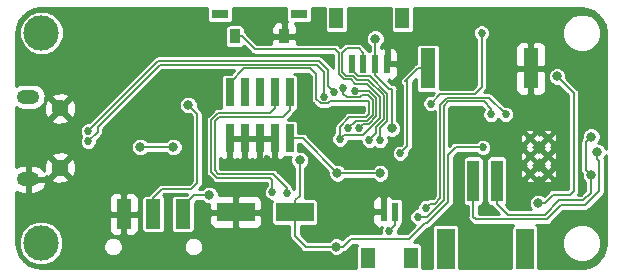
<source format=gbl>
G04 #@! TF.GenerationSoftware,KiCad,Pcbnew,(5.0.0-rc2-dev-444-g2974a2c10)*
G04 #@! TF.CreationDate,2020-01-18T11:14:41-08:00*
G04 #@! TF.ProjectId,StringCar_M0_Express,537472696E674361725F4D305F457870,v04*
G04 #@! TF.SameCoordinates,Original*
G04 #@! TF.FileFunction,Copper,L2,Bot,Signal*
G04 #@! TF.FilePolarity,Positive*
%FSLAX46Y46*%
G04 Gerber Fmt 4.6, Leading zero omitted, Abs format (unit mm)*
G04 Created by KiCad (PCBNEW (5.0.0-rc2-dev-444-g2974a2c10)) date 01/18/20 11:14:41*
%MOMM*%
%LPD*%
G01*
G04 APERTURE LIST*
%ADD10C,3.000000*%
%ADD11R,3.200000X1.600000*%
%ADD12C,1.450000*%
%ADD13O,1.900000X1.200000*%
%ADD14R,1.000000X3.500000*%
%ADD15R,1.500000X3.400000*%
%ADD16R,1.300000X3.400000*%
%ADD17R,0.740000X2.400000*%
%ADD18R,1.250000X2.500000*%
%ADD19R,0.600000X1.550000*%
%ADD20R,1.200000X1.800000*%
%ADD21R,0.900000X1.270000*%
%ADD22R,1.450000X0.800000*%
%ADD23C,0.330000*%
%ADD24C,0.685800*%
%ADD25C,0.812800*%
%ADD26C,0.203200*%
%ADD27C,0.152400*%
%ADD28C,0.254000*%
G04 APERTURE END LIST*
D10*
X96500000Y-114300000D03*
D11*
X113000000Y-111700000D03*
X118000000Y-111700000D03*
D12*
X98108000Y-102910000D03*
X98108000Y-107910000D03*
D13*
X95408000Y-101910000D03*
X95408000Y-108910000D03*
D14*
X135100000Y-109025000D03*
X133100000Y-109025000D03*
D15*
X137450000Y-114775000D03*
X130750000Y-114775000D03*
D16*
X137950000Y-99500000D03*
X129250000Y-99500000D03*
D17*
X112460000Y-101550000D03*
X112460000Y-105450000D03*
X113730000Y-101550000D03*
X113730000Y-105450000D03*
X115000000Y-101550000D03*
X115000000Y-105450000D03*
X116270000Y-101550000D03*
X116270000Y-105450000D03*
X117540000Y-101550000D03*
X117540000Y-105450000D03*
D10*
X96540000Y-96510000D03*
D18*
X103500000Y-111850000D03*
X106000000Y-111850000D03*
X108500000Y-111850000D03*
D19*
X122800000Y-99137500D03*
X123800000Y-99137500D03*
X124800000Y-99137500D03*
X125800000Y-99137500D03*
D20*
X121500000Y-95262500D03*
X127100000Y-95262500D03*
D21*
X112900000Y-96800000D03*
X117100000Y-96800000D03*
D22*
X118350000Y-94900000D03*
X111650000Y-94900000D03*
D23*
X137884961Y-106917179D03*
X137884961Y-105417179D03*
X139384961Y-106917179D03*
X139384961Y-105417179D03*
X137884961Y-108417179D03*
X139384961Y-108417179D03*
D19*
X126500000Y-111662500D03*
X125500000Y-111662500D03*
D20*
X127800000Y-115537500D03*
X124200000Y-115537500D03*
D24*
X99000000Y-111600000D03*
X142000000Y-100100000D03*
X137884961Y-105417179D03*
X139384961Y-105417179D03*
X137884961Y-106917179D03*
X139384961Y-106917179D03*
X137884961Y-108417179D03*
X139384961Y-108417179D03*
X122000000Y-107000000D03*
X115600000Y-107188000D03*
X123600000Y-96400000D03*
X105000000Y-96000000D03*
X134000000Y-113200000D03*
X125900000Y-107300000D03*
X134600000Y-100300000D03*
X143200000Y-111600000D03*
X109600000Y-95200000D03*
X121400000Y-109600000D03*
X128090000Y-97100000D03*
X128500000Y-103200000D03*
X133500000Y-103100000D03*
X118700000Y-100700000D03*
X134823200Y-97028000D03*
D25*
X124800000Y-97000000D03*
X125200000Y-108400000D03*
X121600000Y-108400000D03*
X140200000Y-100200000D03*
X138600000Y-110900000D03*
X126200000Y-104600000D03*
D24*
X129500000Y-102500000D03*
X133800000Y-96500000D03*
X100500000Y-105700000D03*
X120500000Y-101900000D03*
X100500000Y-104800000D03*
X121300000Y-101500000D03*
D25*
X104900000Y-106172000D03*
X107696000Y-106172000D03*
D24*
X126000000Y-113300000D03*
D25*
X143092179Y-105292179D03*
X143057821Y-108542179D03*
X143600000Y-106592179D03*
D24*
X117300000Y-110100000D03*
X116100000Y-110000000D03*
X121800000Y-105500000D03*
D25*
X118400000Y-107300000D03*
D24*
X133900000Y-106200000D03*
D25*
X121500000Y-114600000D03*
X108966000Y-102616000D03*
X110744000Y-110236000D03*
D24*
X126900000Y-106699996D03*
X125200000Y-105600000D03*
X124300000Y-105600000D03*
X123400000Y-104600000D03*
X123100000Y-101400000D03*
X122500000Y-104600000D03*
X122100000Y-101200000D03*
X129100000Y-111300000D03*
X135834961Y-103403895D03*
X128400000Y-112100000D03*
X134600000Y-103400000D03*
D26*
X124800000Y-99137500D02*
X124800000Y-97000000D01*
X118650000Y-105450000D02*
X117540000Y-105450000D01*
X121600000Y-108400000D02*
X118650000Y-105450000D01*
X124800000Y-100000000D02*
X124800000Y-99137500D01*
X121600000Y-108400000D02*
X125200000Y-108400000D01*
X124800000Y-100115700D02*
X124800000Y-99137500D01*
X125984300Y-101300000D02*
X124800000Y-100115700D01*
X126200000Y-101300000D02*
X125984300Y-101300000D01*
X126200000Y-104600000D02*
X126200000Y-101300000D01*
X141600000Y-101600000D02*
X140200000Y-100200000D01*
X141600000Y-109900000D02*
X141600000Y-101600000D01*
X141300000Y-110200000D02*
X141600000Y-109900000D01*
X139874736Y-110200000D02*
X141300000Y-110200000D01*
X138600000Y-110900000D02*
X139174736Y-110900000D01*
X139174736Y-110900000D02*
X139874736Y-110200000D01*
D27*
X133800000Y-101100000D02*
X133800000Y-96500000D01*
X133209619Y-101690381D02*
X133800000Y-101100000D01*
X129500000Y-102500000D02*
X130309619Y-101690381D01*
X130309619Y-101690381D02*
X133209619Y-101690381D01*
X101285035Y-104914965D02*
X100500000Y-105700000D01*
X101285035Y-104485035D02*
X101285035Y-104914965D01*
X106570070Y-99200000D02*
X101285035Y-104485035D01*
X119900000Y-99200000D02*
X106570070Y-99200000D01*
X120500000Y-101900000D02*
X120500000Y-99800000D01*
X120500000Y-99800000D02*
X119900000Y-99200000D01*
X100500000Y-104800000D02*
X106432390Y-98867610D01*
X106432390Y-98867610D02*
X120037681Y-98867611D01*
X121300000Y-101400000D02*
X121300000Y-101354178D01*
X120832389Y-99662319D02*
X120037681Y-98867611D01*
X120832389Y-99662319D02*
X120832390Y-99662320D01*
X120832390Y-100632390D02*
X120832390Y-100300000D01*
X120832390Y-99662320D02*
X120832390Y-100300000D01*
X120832390Y-100300000D02*
X120832390Y-100400000D01*
X120832390Y-101032390D02*
X120832390Y-100632390D01*
X121300000Y-101500000D02*
X120832390Y-101032390D01*
D26*
X104900000Y-106172000D02*
X107696000Y-106172000D01*
D27*
X126000000Y-113137500D02*
X126000000Y-113300000D01*
X126500000Y-112800000D02*
X126500000Y-111662500D01*
X126000000Y-113300000D02*
X126500000Y-112800000D01*
D26*
X142651422Y-105732936D02*
X142700000Y-105684358D01*
X142651422Y-108135780D02*
X142651422Y-105732936D01*
X143057821Y-108542179D02*
X142651422Y-108135780D01*
X143092179Y-105292179D02*
X142700000Y-105684358D01*
X142700000Y-105684358D02*
X142685780Y-105698578D01*
X143057821Y-110042179D02*
X143057821Y-108542179D01*
X142400000Y-110700000D02*
X143057821Y-110042179D01*
X140325250Y-110700000D02*
X142400000Y-110700000D01*
X139131660Y-111893590D02*
X140325250Y-110700000D01*
X135100000Y-110978200D02*
X136015390Y-111893590D01*
X136015390Y-111893590D02*
X139131660Y-111893590D01*
X135100000Y-109025000D02*
X135100000Y-110978200D01*
X143600000Y-107166915D02*
X143600000Y-106592179D01*
X143769022Y-109905728D02*
X143769022Y-107335937D01*
X133100000Y-109025000D02*
X133100000Y-112100000D01*
X133100000Y-112100000D02*
X133300000Y-112300000D01*
X133300000Y-112300000D02*
X139300000Y-112300000D01*
X139300000Y-112300000D02*
X140493590Y-111106410D01*
X143769022Y-107335937D02*
X143600000Y-107166915D01*
X140493590Y-111106410D02*
X142568340Y-111106410D01*
X142568340Y-111106410D02*
X143769022Y-109905728D01*
D27*
X117540000Y-103060000D02*
X117540000Y-101550000D01*
X117000000Y-103600000D02*
X117540000Y-103060000D01*
X111600000Y-103600000D02*
X117000000Y-103600000D01*
X111200000Y-104000000D02*
X111600000Y-103600000D01*
X111200000Y-107000000D02*
X111200000Y-106500000D01*
X111200000Y-106500000D02*
X111200000Y-104000000D01*
X111200000Y-107950000D02*
X111200000Y-106500000D01*
X111200001Y-108152001D02*
X111200000Y-107950000D01*
X111506000Y-108458000D02*
X111200001Y-108152001D01*
X116142933Y-108458000D02*
X111506000Y-108458000D01*
X117300000Y-109615067D02*
X116142933Y-108458000D01*
X117300000Y-110100000D02*
X117300000Y-109615067D01*
X116270000Y-102902400D02*
X116270000Y-101550000D01*
X111473744Y-103295190D02*
X115877210Y-103295190D01*
X116100000Y-110000000D02*
X116100000Y-108988000D01*
X116100000Y-108988000D02*
X115874810Y-108762810D01*
X115874810Y-108762810D02*
X111379743Y-108762809D01*
X115877210Y-103295190D02*
X116270000Y-102902400D01*
X111379743Y-108762809D02*
X110895191Y-108278257D01*
X110895191Y-108278257D02*
X110895191Y-103873743D01*
X110895191Y-103873743D02*
X111473744Y-103295190D01*
X112460000Y-100720000D02*
X112460000Y-101550000D01*
X119304810Y-99504810D02*
X113675190Y-99504810D01*
X113675190Y-99504810D02*
X112460000Y-100720000D01*
X119800000Y-100000000D02*
X119304810Y-99504810D01*
X121800000Y-104454178D02*
X122606697Y-103647481D01*
X121800000Y-105500000D02*
X121800000Y-104454178D01*
X122606697Y-103647481D02*
X123982203Y-103647481D01*
X123982203Y-103647481D02*
X124294940Y-103334744D01*
X124294940Y-102394940D02*
X124200000Y-102300000D01*
X124294940Y-103334744D02*
X124294940Y-102394940D01*
X120171501Y-102471501D02*
X119800000Y-102100000D01*
X120774321Y-102471501D02*
X120171501Y-102471501D01*
X120945822Y-102300000D02*
X120774321Y-102471501D01*
X124200000Y-102300000D02*
X120945822Y-102300000D01*
X119800000Y-102100000D02*
X119800000Y-100000000D01*
X113502400Y-96800000D02*
X112900000Y-96800000D01*
X121695190Y-98195190D02*
X121400000Y-97900000D01*
X121695190Y-99950238D02*
X121695190Y-98195190D01*
X122190862Y-100445910D02*
X121695190Y-99950238D01*
X121400000Y-97900000D02*
X114602400Y-97900000D01*
X123126888Y-100801520D02*
X122771279Y-100445911D01*
X114602400Y-97900000D02*
X113502400Y-96800000D01*
X121800000Y-105500000D02*
X122128499Y-105171501D01*
X123751381Y-105171501D02*
X125209370Y-103713512D01*
X122128499Y-105171501D02*
X123751381Y-105171501D01*
X125209370Y-103713512D02*
X125209370Y-101926031D01*
X125209370Y-101926031D02*
X124084860Y-100801521D01*
X122771279Y-100445911D02*
X122190862Y-100445910D01*
X124084860Y-100801521D02*
X123126888Y-100801520D01*
D26*
X118400000Y-110296800D02*
X118400000Y-107300000D01*
X118000000Y-111700000D02*
X118000000Y-110696800D01*
X118000000Y-110696800D02*
X118400000Y-110296800D01*
X118900000Y-114600000D02*
X121500000Y-114600000D01*
X118000000Y-111700000D02*
X118000000Y-113700000D01*
X118000000Y-113700000D02*
X118900000Y-114600000D01*
X131600000Y-106200000D02*
X132100000Y-106200000D01*
X130981010Y-106818990D02*
X131600000Y-106200000D01*
X132100000Y-106200000D02*
X133900000Y-106200000D01*
X130981010Y-110803641D02*
X130981010Y-106818990D01*
X121500000Y-114600000D02*
X122074736Y-114600000D01*
X122074736Y-114600000D02*
X122727035Y-113947701D01*
X122727035Y-113947701D02*
X127667380Y-113947701D01*
X127667380Y-113947701D02*
X129015081Y-112600000D01*
X129015081Y-112600000D02*
X129184651Y-112600000D01*
X129184651Y-112600000D02*
X130981010Y-110803641D01*
D27*
X109728000Y-103378000D02*
X108966000Y-102616000D01*
X109728000Y-109220000D02*
X109728000Y-103378000D01*
X109220000Y-109728000D02*
X109728000Y-109220000D01*
X106719600Y-109728000D02*
X109220000Y-109728000D01*
X106000000Y-111850000D02*
X106000000Y-110447600D01*
X106000000Y-110447600D02*
X106719600Y-109728000D01*
D26*
X110169264Y-110236000D02*
X110744000Y-110236000D01*
X109489000Y-110236000D02*
X110169264Y-110236000D01*
X108500000Y-111225000D02*
X109489000Y-110236000D01*
X108500000Y-111850000D02*
X108500000Y-111225000D01*
D27*
X128447600Y-99500000D02*
X129250000Y-99500000D01*
X127342899Y-100604701D02*
X127500000Y-100447600D01*
X127500000Y-100447600D02*
X128447600Y-99500000D01*
X127242899Y-106357097D02*
X126900000Y-106699996D01*
X127500000Y-106099996D02*
X127242899Y-106357097D01*
X127500000Y-100447600D02*
X127500000Y-106099996D01*
X122800000Y-99612500D02*
X122800000Y-99137500D01*
X125200000Y-105600000D02*
X125200000Y-104585014D01*
X125200000Y-104585014D02*
X125818990Y-103966024D01*
X125818990Y-103966024D02*
X125818990Y-101673519D01*
X125818990Y-101673519D02*
X124337373Y-100191901D01*
X124337373Y-100191901D02*
X123379401Y-100191901D01*
X123379401Y-100191901D02*
X122800000Y-99612500D01*
X123800000Y-98210100D02*
X123800000Y-99137500D01*
X123389900Y-97800000D02*
X123800000Y-98210100D01*
X122400000Y-97800000D02*
X123389900Y-97800000D01*
X122000000Y-98200000D02*
X122400000Y-97800000D01*
X122317119Y-100141101D02*
X122000000Y-99823982D01*
X122000000Y-99823982D02*
X122000000Y-98200000D01*
X122897535Y-100141101D02*
X122317119Y-100141101D01*
X123253145Y-100496711D02*
X122897535Y-100141101D01*
X124211116Y-100496711D02*
X123253145Y-100496711D01*
X125514180Y-103839768D02*
X125514180Y-101799775D01*
X124895190Y-104458758D02*
X125514180Y-103839768D01*
X124895190Y-105004810D02*
X124895190Y-104458758D01*
X125514180Y-101799775D02*
X124211116Y-100496711D01*
X124300000Y-105600000D02*
X124895190Y-105004810D01*
X124252273Y-101400000D02*
X123100000Y-101400000D01*
X124904560Y-102052287D02*
X124252273Y-101400000D01*
X124904560Y-103587256D02*
X124904560Y-102052287D01*
X124234715Y-104257101D02*
X124904560Y-103587256D01*
X123400000Y-104600000D02*
X123742899Y-104257101D01*
X123742899Y-104257101D02*
X124234715Y-104257101D01*
X122386568Y-101971501D02*
X122100000Y-101684933D01*
X123528499Y-101971501D02*
X122386568Y-101971501D01*
X123700000Y-101800000D02*
X123528499Y-101971501D01*
X122500000Y-104600000D02*
X123147709Y-103952291D01*
X123147709Y-103952291D02*
X124108459Y-103952291D01*
X124108459Y-103952291D02*
X124599750Y-103461000D01*
X124599750Y-103461000D02*
X124599750Y-102178543D01*
X122100000Y-101684933D02*
X122100000Y-101200000D01*
X124599750Y-102178543D02*
X124221207Y-101800000D01*
X124221207Y-101800000D02*
X123700000Y-101800000D01*
X129442899Y-110957101D02*
X129100000Y-111300000D01*
X135834961Y-103403895D02*
X134426257Y-101995191D01*
X134426257Y-101995191D02*
X130873743Y-101995191D01*
X130873743Y-101995191D02*
X130295190Y-102573744D01*
X130295190Y-102573744D02*
X130295190Y-110519566D01*
X129857101Y-110957101D02*
X129442899Y-110957101D01*
X130295190Y-110519566D02*
X129857378Y-110957378D01*
X129857378Y-110957378D02*
X129857101Y-110957101D01*
X129145822Y-112100000D02*
X130600000Y-110645822D01*
X128400000Y-112100000D02*
X129145822Y-112100000D01*
X130600000Y-110645822D02*
X130600000Y-102800000D01*
X130600000Y-102800000D02*
X130600000Y-102700000D01*
X130600000Y-102700000D02*
X131000000Y-102300000D01*
X131000000Y-102300000D02*
X133500000Y-102300000D01*
X133984933Y-102300000D02*
X133800000Y-102300000D01*
X134600000Y-102915067D02*
X133984933Y-102300000D01*
X134600000Y-103400000D02*
X134600000Y-102915067D01*
X133500000Y-102300000D02*
X133800000Y-102300000D01*
X133800000Y-102300000D02*
X133900000Y-102300000D01*
D28*
G36*
X144349001Y-114272879D02*
X144279425Y-114823632D01*
X144085128Y-115314369D01*
X143774899Y-115741364D01*
X143368222Y-116077796D01*
X142890660Y-116302520D01*
X142352043Y-116405267D01*
X142233240Y-116409000D01*
X138588464Y-116409000D01*
X138588464Y-113975574D01*
X140649000Y-113975574D01*
X140649000Y-114624426D01*
X140897305Y-115223887D01*
X141356113Y-115682695D01*
X141955574Y-115931000D01*
X142604426Y-115931000D01*
X143203887Y-115682695D01*
X143662695Y-115223887D01*
X143911000Y-114624426D01*
X143911000Y-113975574D01*
X143662695Y-113376113D01*
X143203887Y-112917305D01*
X142604426Y-112669000D01*
X141955574Y-112669000D01*
X141356113Y-112917305D01*
X140897305Y-113376113D01*
X140649000Y-113975574D01*
X138588464Y-113975574D01*
X138588464Y-113075000D01*
X138558894Y-112926341D01*
X138474686Y-112800314D01*
X138448175Y-112782600D01*
X139252472Y-112782600D01*
X139300000Y-112792054D01*
X139347528Y-112782600D01*
X139347529Y-112782600D01*
X139488301Y-112754599D01*
X139647935Y-112647935D01*
X139674862Y-112607636D01*
X140693489Y-111589010D01*
X142520812Y-111589010D01*
X142568340Y-111598464D01*
X142615868Y-111589010D01*
X142615869Y-111589010D01*
X142756641Y-111561009D01*
X142916275Y-111454345D01*
X142943202Y-111414046D01*
X144076662Y-110280587D01*
X144116957Y-110253663D01*
X144223621Y-110094029D01*
X144251622Y-109953257D01*
X144251622Y-109953256D01*
X144261076Y-109905728D01*
X144251622Y-109858199D01*
X144251622Y-107383464D01*
X144261076Y-107335936D01*
X144245912Y-107259704D01*
X144223621Y-107147636D01*
X144197375Y-107108355D01*
X144267525Y-107038205D01*
X144349001Y-106841507D01*
X144349001Y-114272879D01*
X144349001Y-114272879D01*
G37*
X144349001Y-114272879D02*
X144279425Y-114823632D01*
X144085128Y-115314369D01*
X143774899Y-115741364D01*
X143368222Y-116077796D01*
X142890660Y-116302520D01*
X142352043Y-116405267D01*
X142233240Y-116409000D01*
X138588464Y-116409000D01*
X138588464Y-113975574D01*
X140649000Y-113975574D01*
X140649000Y-114624426D01*
X140897305Y-115223887D01*
X141356113Y-115682695D01*
X141955574Y-115931000D01*
X142604426Y-115931000D01*
X143203887Y-115682695D01*
X143662695Y-115223887D01*
X143911000Y-114624426D01*
X143911000Y-113975574D01*
X143662695Y-113376113D01*
X143203887Y-112917305D01*
X142604426Y-112669000D01*
X141955574Y-112669000D01*
X141356113Y-112917305D01*
X140897305Y-113376113D01*
X140649000Y-113975574D01*
X138588464Y-113975574D01*
X138588464Y-113075000D01*
X138558894Y-112926341D01*
X138474686Y-112800314D01*
X138448175Y-112782600D01*
X139252472Y-112782600D01*
X139300000Y-112792054D01*
X139347528Y-112782600D01*
X139347529Y-112782600D01*
X139488301Y-112754599D01*
X139647935Y-112647935D01*
X139674862Y-112607636D01*
X140693489Y-111589010D01*
X142520812Y-111589010D01*
X142568340Y-111598464D01*
X142615868Y-111589010D01*
X142615869Y-111589010D01*
X142756641Y-111561009D01*
X142916275Y-111454345D01*
X142943202Y-111414046D01*
X144076662Y-110280587D01*
X144116957Y-110253663D01*
X144223621Y-110094029D01*
X144251622Y-109953257D01*
X144251622Y-109953256D01*
X144261076Y-109905728D01*
X144251622Y-109858199D01*
X144251622Y-107383464D01*
X144261076Y-107335936D01*
X144245912Y-107259704D01*
X144223621Y-107147636D01*
X144197375Y-107108355D01*
X144267525Y-107038205D01*
X144349001Y-106841507D01*
X144349001Y-114272879D01*
G36*
X133489944Y-106813693D02*
X133726595Y-106911717D01*
X133600000Y-106886536D01*
X132600000Y-106886536D01*
X132451341Y-106916106D01*
X132325314Y-107000314D01*
X132241106Y-107126341D01*
X132211536Y-107275000D01*
X132211536Y-110775000D01*
X132241106Y-110923659D01*
X132325314Y-111049686D01*
X132451341Y-111133894D01*
X132600000Y-111163464D01*
X132617401Y-111163464D01*
X132617401Y-112052467D01*
X132607946Y-112100000D01*
X132638194Y-112252065D01*
X132645402Y-112288301D01*
X132752066Y-112447935D01*
X132792361Y-112474859D01*
X132925140Y-112607638D01*
X132952065Y-112647935D01*
X133111698Y-112754598D01*
X133111699Y-112754599D01*
X133300000Y-112792054D01*
X133347529Y-112782600D01*
X136451825Y-112782600D01*
X136425314Y-112800314D01*
X136341106Y-112926341D01*
X136311536Y-113075000D01*
X136311536Y-116409000D01*
X131888464Y-116409000D01*
X131888464Y-113075000D01*
X131858894Y-112926341D01*
X131774686Y-112800314D01*
X131648659Y-112716106D01*
X131500000Y-112686536D01*
X130000000Y-112686536D01*
X129851341Y-112716106D01*
X129725314Y-112800314D01*
X129641106Y-112926341D01*
X129611536Y-113075000D01*
X129611536Y-116409000D01*
X128788464Y-116409000D01*
X128788464Y-114637500D01*
X128758894Y-114488841D01*
X128674686Y-114362814D01*
X128548659Y-114278606D01*
X128400000Y-114249036D01*
X128048543Y-114249036D01*
X129210709Y-113086871D01*
X129232179Y-113082600D01*
X129232180Y-113082600D01*
X129372952Y-113054599D01*
X129532586Y-112947935D01*
X129559513Y-112907636D01*
X131288650Y-111178500D01*
X131328945Y-111151576D01*
X131435609Y-110991942D01*
X131463610Y-110851170D01*
X131463610Y-110851169D01*
X131473064Y-110803642D01*
X131463610Y-110756114D01*
X131463610Y-107018888D01*
X131799899Y-106682600D01*
X133358851Y-106682600D01*
X133489944Y-106813693D01*
X133489944Y-106813693D01*
G37*
X133489944Y-106813693D02*
X133726595Y-106911717D01*
X133600000Y-106886536D01*
X132600000Y-106886536D01*
X132451341Y-106916106D01*
X132325314Y-107000314D01*
X132241106Y-107126341D01*
X132211536Y-107275000D01*
X132211536Y-110775000D01*
X132241106Y-110923659D01*
X132325314Y-111049686D01*
X132451341Y-111133894D01*
X132600000Y-111163464D01*
X132617401Y-111163464D01*
X132617401Y-112052467D01*
X132607946Y-112100000D01*
X132638194Y-112252065D01*
X132645402Y-112288301D01*
X132752066Y-112447935D01*
X132792361Y-112474859D01*
X132925140Y-112607638D01*
X132952065Y-112647935D01*
X133111698Y-112754598D01*
X133111699Y-112754599D01*
X133300000Y-112792054D01*
X133347529Y-112782600D01*
X136451825Y-112782600D01*
X136425314Y-112800314D01*
X136341106Y-112926341D01*
X136311536Y-113075000D01*
X136311536Y-116409000D01*
X131888464Y-116409000D01*
X131888464Y-113075000D01*
X131858894Y-112926341D01*
X131774686Y-112800314D01*
X131648659Y-112716106D01*
X131500000Y-112686536D01*
X130000000Y-112686536D01*
X129851341Y-112716106D01*
X129725314Y-112800314D01*
X129641106Y-112926341D01*
X129611536Y-113075000D01*
X129611536Y-116409000D01*
X128788464Y-116409000D01*
X128788464Y-114637500D01*
X128758894Y-114488841D01*
X128674686Y-114362814D01*
X128548659Y-114278606D01*
X128400000Y-114249036D01*
X128048543Y-114249036D01*
X129210709Y-113086871D01*
X129232179Y-113082600D01*
X129232180Y-113082600D01*
X129372952Y-113054599D01*
X129532586Y-112947935D01*
X129559513Y-112907636D01*
X131288650Y-111178500D01*
X131328945Y-111151576D01*
X131435609Y-110991942D01*
X131463610Y-110851170D01*
X131463610Y-110851169D01*
X131473064Y-110803642D01*
X131463610Y-110756114D01*
X131463610Y-107018888D01*
X131799899Y-106682600D01*
X133358851Y-106682600D01*
X133489944Y-106813693D01*
G36*
X110536536Y-94500000D02*
X110536536Y-95300000D01*
X110566106Y-95448659D01*
X110650314Y-95574686D01*
X110776341Y-95658894D01*
X110925000Y-95688464D01*
X112375000Y-95688464D01*
X112523659Y-95658894D01*
X112649686Y-95574686D01*
X112733894Y-95448659D01*
X112763464Y-95300000D01*
X112763464Y-94500000D01*
X112745761Y-94411000D01*
X117254239Y-94411000D01*
X117236536Y-94500000D01*
X117236536Y-95300000D01*
X117266106Y-95448659D01*
X117346609Y-95569141D01*
X117227000Y-95688750D01*
X117227000Y-96673000D01*
X118026250Y-96673000D01*
X118185000Y-96514250D01*
X118185000Y-96038690D01*
X118088327Y-95805301D01*
X117971489Y-95688464D01*
X119075000Y-95688464D01*
X119223659Y-95658894D01*
X119349686Y-95574686D01*
X119433894Y-95448659D01*
X119463464Y-95300000D01*
X119463464Y-94500000D01*
X119445761Y-94411000D01*
X120511536Y-94411000D01*
X120511536Y-96162500D01*
X120541106Y-96311159D01*
X120625314Y-96437186D01*
X120751341Y-96521394D01*
X120900000Y-96550964D01*
X122100000Y-96550964D01*
X122248659Y-96521394D01*
X122374686Y-96437186D01*
X122458894Y-96311159D01*
X122488464Y-96162500D01*
X122488464Y-94411000D01*
X126111536Y-94411000D01*
X126111536Y-96162500D01*
X126141106Y-96311159D01*
X126225314Y-96437186D01*
X126351341Y-96521394D01*
X126500000Y-96550964D01*
X127700000Y-96550964D01*
X127848659Y-96521394D01*
X127974686Y-96437186D01*
X128058894Y-96311159D01*
X128088464Y-96162500D01*
X128088464Y-94411000D01*
X142212887Y-94411000D01*
X142763631Y-94480575D01*
X143254370Y-94674872D01*
X143681366Y-94985103D01*
X144017797Y-95391779D01*
X144242520Y-95869340D01*
X144345267Y-96407957D01*
X144349000Y-96526760D01*
X144349001Y-106342851D01*
X144267525Y-106146153D01*
X144046026Y-105924654D01*
X143756624Y-105804779D01*
X143693130Y-105804779D01*
X143759704Y-105738205D01*
X143879579Y-105448803D01*
X143879579Y-105135555D01*
X143759704Y-104846153D01*
X143538205Y-104624654D01*
X143248803Y-104504779D01*
X142935555Y-104504779D01*
X142646153Y-104624654D01*
X142424654Y-104846153D01*
X142304779Y-105135555D01*
X142304779Y-105384138D01*
X142303488Y-105385001D01*
X142229283Y-105496057D01*
X142196824Y-105544635D01*
X142159368Y-105732936D01*
X142168823Y-105780469D01*
X142168822Y-108088252D01*
X142159368Y-108135780D01*
X142168822Y-108183308D01*
X142196823Y-108324080D01*
X142270421Y-108434228D01*
X142270421Y-108698803D01*
X142390296Y-108988205D01*
X142575222Y-109173131D01*
X142575221Y-109842280D01*
X142200102Y-110217400D01*
X141968338Y-110217400D01*
X142054599Y-110088301D01*
X142082600Y-109947529D01*
X142082600Y-109947528D01*
X142092054Y-109900001D01*
X142082600Y-109852473D01*
X142082600Y-101647528D01*
X142092054Y-101600000D01*
X142082600Y-101552471D01*
X142054599Y-101411699D01*
X141947935Y-101252065D01*
X141907639Y-101225140D01*
X140987400Y-100304902D01*
X140987400Y-100043376D01*
X140867525Y-99753974D01*
X140646026Y-99532475D01*
X140356624Y-99412600D01*
X140043376Y-99412600D01*
X139753974Y-99532475D01*
X139532475Y-99753974D01*
X139412600Y-100043376D01*
X139412600Y-100356624D01*
X139532475Y-100646026D01*
X139753974Y-100867525D01*
X140043376Y-100987400D01*
X140304902Y-100987400D01*
X141117401Y-101799900D01*
X141117400Y-109700102D01*
X141100102Y-109717400D01*
X139922263Y-109717400D01*
X139874735Y-109707946D01*
X139827207Y-109717400D01*
X139686435Y-109745401D01*
X139526801Y-109852065D01*
X139499878Y-109892358D01*
X139102894Y-110289343D01*
X139046026Y-110232475D01*
X138756624Y-110112600D01*
X138443376Y-110112600D01*
X138153974Y-110232475D01*
X137932475Y-110453974D01*
X137812600Y-110743376D01*
X137812600Y-111056624D01*
X137932475Y-111346026D01*
X137997439Y-111410990D01*
X136215289Y-111410990D01*
X135862276Y-111057978D01*
X135874686Y-111049686D01*
X135958894Y-110923659D01*
X135988464Y-110775000D01*
X135988464Y-109122180D01*
X137474723Y-109122180D01*
X137775743Y-109225507D01*
X138093390Y-109205772D01*
X138295199Y-109122180D01*
X138974723Y-109122180D01*
X139275743Y-109225507D01*
X139593390Y-109205772D01*
X139795199Y-109122180D01*
X139787462Y-108936352D01*
X139384961Y-108533852D01*
X138982460Y-108936352D01*
X138974723Y-109122180D01*
X138295199Y-109122180D01*
X138287462Y-108936352D01*
X137884961Y-108533852D01*
X137482460Y-108936352D01*
X137474723Y-109122180D01*
X135988464Y-109122180D01*
X135988464Y-108307961D01*
X137076633Y-108307961D01*
X137096368Y-108625608D01*
X137179960Y-108827417D01*
X137365788Y-108819680D01*
X137768288Y-108417179D01*
X138001634Y-108417179D01*
X138404134Y-108819680D01*
X138589962Y-108827417D01*
X138630746Y-108708603D01*
X138679960Y-108827417D01*
X138865788Y-108819680D01*
X139268288Y-108417179D01*
X139501634Y-108417179D01*
X139904134Y-108819680D01*
X140089962Y-108827417D01*
X140193289Y-108526397D01*
X140173554Y-108208750D01*
X140089962Y-108006941D01*
X139904134Y-108014678D01*
X139501634Y-108417179D01*
X139268288Y-108417179D01*
X138865788Y-108014678D01*
X138679960Y-108006941D01*
X138639176Y-108125755D01*
X138589962Y-108006941D01*
X138404134Y-108014678D01*
X138001634Y-108417179D01*
X137768288Y-108417179D01*
X137365788Y-108014678D01*
X137179960Y-108006941D01*
X137076633Y-108307961D01*
X135988464Y-108307961D01*
X135988464Y-107622180D01*
X137474723Y-107622180D01*
X137593537Y-107662964D01*
X137474723Y-107712178D01*
X137482460Y-107898006D01*
X137884961Y-108300506D01*
X138287462Y-107898006D01*
X138295199Y-107712178D01*
X138176385Y-107671394D01*
X138295199Y-107622180D01*
X138974723Y-107622180D01*
X139093537Y-107662964D01*
X138974723Y-107712178D01*
X138982460Y-107898006D01*
X139384961Y-108300506D01*
X139787462Y-107898006D01*
X139795199Y-107712178D01*
X139676385Y-107671394D01*
X139795199Y-107622180D01*
X139787462Y-107436352D01*
X139384961Y-107033852D01*
X138982460Y-107436352D01*
X138974723Y-107622180D01*
X138295199Y-107622180D01*
X138287462Y-107436352D01*
X137884961Y-107033852D01*
X137482460Y-107436352D01*
X137474723Y-107622180D01*
X135988464Y-107622180D01*
X135988464Y-107275000D01*
X135958894Y-107126341D01*
X135874686Y-107000314D01*
X135748659Y-106916106D01*
X135600000Y-106886536D01*
X134600000Y-106886536D01*
X134451341Y-106916106D01*
X134325314Y-107000314D01*
X134241106Y-107126341D01*
X134211536Y-107275000D01*
X134211536Y-110775000D01*
X134241106Y-110923659D01*
X134325314Y-111049686D01*
X134451341Y-111133894D01*
X134600000Y-111163464D01*
X134644798Y-111163464D01*
X134645402Y-111166501D01*
X134752066Y-111326135D01*
X134792362Y-111353060D01*
X135256701Y-111817400D01*
X133582600Y-111817400D01*
X133582600Y-111163464D01*
X133600000Y-111163464D01*
X133748659Y-111133894D01*
X133874686Y-111049686D01*
X133958894Y-110923659D01*
X133988464Y-110775000D01*
X133988464Y-107275000D01*
X133958894Y-107126341D01*
X133874686Y-107000314D01*
X133760324Y-106923900D01*
X134043993Y-106923900D01*
X134310056Y-106813693D01*
X134315788Y-106807961D01*
X137076633Y-106807961D01*
X137096368Y-107125608D01*
X137179960Y-107327417D01*
X137365788Y-107319680D01*
X137768288Y-106917179D01*
X138001634Y-106917179D01*
X138404134Y-107319680D01*
X138589962Y-107327417D01*
X138630746Y-107208603D01*
X138679960Y-107327417D01*
X138865788Y-107319680D01*
X139268288Y-106917179D01*
X139501634Y-106917179D01*
X139904134Y-107319680D01*
X140089962Y-107327417D01*
X140193289Y-107026397D01*
X140173554Y-106708750D01*
X140089962Y-106506941D01*
X139904134Y-106514678D01*
X139501634Y-106917179D01*
X139268288Y-106917179D01*
X138865788Y-106514678D01*
X138679960Y-106506941D01*
X138639176Y-106625755D01*
X138589962Y-106506941D01*
X138404134Y-106514678D01*
X138001634Y-106917179D01*
X137768288Y-106917179D01*
X137365788Y-106514678D01*
X137179960Y-106506941D01*
X137076633Y-106807961D01*
X134315788Y-106807961D01*
X134513693Y-106610056D01*
X134623900Y-106343993D01*
X134623900Y-106122180D01*
X137474723Y-106122180D01*
X137593537Y-106162964D01*
X137474723Y-106212178D01*
X137482460Y-106398006D01*
X137884961Y-106800506D01*
X138287462Y-106398006D01*
X138295199Y-106212178D01*
X138176385Y-106171394D01*
X138295199Y-106122180D01*
X138974723Y-106122180D01*
X139093537Y-106162964D01*
X138974723Y-106212178D01*
X138982460Y-106398006D01*
X139384961Y-106800506D01*
X139787462Y-106398006D01*
X139795199Y-106212178D01*
X139676385Y-106171394D01*
X139795199Y-106122180D01*
X139787462Y-105936352D01*
X139384961Y-105533852D01*
X138982460Y-105936352D01*
X138974723Y-106122180D01*
X138295199Y-106122180D01*
X138287462Y-105936352D01*
X137884961Y-105533852D01*
X137482460Y-105936352D01*
X137474723Y-106122180D01*
X134623900Y-106122180D01*
X134623900Y-106056007D01*
X134513693Y-105789944D01*
X134310056Y-105586307D01*
X134043993Y-105476100D01*
X133756007Y-105476100D01*
X133489944Y-105586307D01*
X133358851Y-105717400D01*
X131647527Y-105717400D01*
X131599999Y-105707946D01*
X131552471Y-105717400D01*
X131411699Y-105745401D01*
X131252065Y-105852065D01*
X131225140Y-105892361D01*
X131057200Y-106060301D01*
X131057200Y-105307961D01*
X137076633Y-105307961D01*
X137096368Y-105625608D01*
X137179960Y-105827417D01*
X137365788Y-105819680D01*
X137768288Y-105417179D01*
X138001634Y-105417179D01*
X138404134Y-105819680D01*
X138589962Y-105827417D01*
X138630746Y-105708603D01*
X138679960Y-105827417D01*
X138865788Y-105819680D01*
X139268288Y-105417179D01*
X139501634Y-105417179D01*
X139904134Y-105819680D01*
X140089962Y-105827417D01*
X140193289Y-105526397D01*
X140173554Y-105208750D01*
X140089962Y-105006941D01*
X139904134Y-105014678D01*
X139501634Y-105417179D01*
X139268288Y-105417179D01*
X138865788Y-105014678D01*
X138679960Y-105006941D01*
X138639176Y-105125755D01*
X138589962Y-105006941D01*
X138404134Y-105014678D01*
X138001634Y-105417179D01*
X137768288Y-105417179D01*
X137365788Y-105014678D01*
X137179960Y-105006941D01*
X137076633Y-105307961D01*
X131057200Y-105307961D01*
X131057200Y-104712178D01*
X137474723Y-104712178D01*
X137482460Y-104898006D01*
X137884961Y-105300506D01*
X138287462Y-104898006D01*
X138295199Y-104712178D01*
X138974723Y-104712178D01*
X138982460Y-104898006D01*
X139384961Y-105300506D01*
X139787462Y-104898006D01*
X139795199Y-104712178D01*
X139494179Y-104608851D01*
X139176532Y-104628586D01*
X138974723Y-104712178D01*
X138295199Y-104712178D01*
X137994179Y-104608851D01*
X137676532Y-104628586D01*
X137474723Y-104712178D01*
X131057200Y-104712178D01*
X131057200Y-102889378D01*
X131189378Y-102757200D01*
X133795555Y-102757200D01*
X134007303Y-102968948D01*
X133986307Y-102989944D01*
X133876100Y-103256007D01*
X133876100Y-103543993D01*
X133986307Y-103810056D01*
X134189944Y-104013693D01*
X134456007Y-104123900D01*
X134743993Y-104123900D01*
X135010056Y-104013693D01*
X135213693Y-103810056D01*
X135216674Y-103802860D01*
X135221268Y-103813951D01*
X135424905Y-104017588D01*
X135690968Y-104127795D01*
X135978954Y-104127795D01*
X136245017Y-104017588D01*
X136448654Y-103813951D01*
X136558861Y-103547888D01*
X136558861Y-103259902D01*
X136448654Y-102993839D01*
X136245017Y-102790202D01*
X135978954Y-102679995D01*
X135757640Y-102679995D01*
X134781389Y-101703745D01*
X134755880Y-101665568D01*
X134604648Y-101564518D01*
X134471287Y-101537991D01*
X134426257Y-101529034D01*
X134381227Y-101537991D01*
X134008588Y-101537991D01*
X134091449Y-101455130D01*
X134129623Y-101429623D01*
X134230673Y-101278391D01*
X134239862Y-101232193D01*
X134266157Y-101100000D01*
X134257200Y-101054970D01*
X134257200Y-99785750D01*
X136665000Y-99785750D01*
X136665000Y-101326310D01*
X136761673Y-101559699D01*
X136940302Y-101738327D01*
X137173691Y-101835000D01*
X137664250Y-101835000D01*
X137823000Y-101676250D01*
X137823000Y-99627000D01*
X138077000Y-99627000D01*
X138077000Y-101676250D01*
X138235750Y-101835000D01*
X138726309Y-101835000D01*
X138959698Y-101738327D01*
X139138327Y-101559699D01*
X139235000Y-101326310D01*
X139235000Y-99785750D01*
X139076250Y-99627000D01*
X138077000Y-99627000D01*
X137823000Y-99627000D01*
X136823750Y-99627000D01*
X136665000Y-99785750D01*
X134257200Y-99785750D01*
X134257200Y-97673690D01*
X136665000Y-97673690D01*
X136665000Y-99214250D01*
X136823750Y-99373000D01*
X137823000Y-99373000D01*
X137823000Y-97323750D01*
X138077000Y-97323750D01*
X138077000Y-99373000D01*
X139076250Y-99373000D01*
X139235000Y-99214250D01*
X139235000Y-97673690D01*
X139138327Y-97440301D01*
X138959698Y-97261673D01*
X138726309Y-97165000D01*
X138235750Y-97165000D01*
X138077000Y-97323750D01*
X137823000Y-97323750D01*
X137664250Y-97165000D01*
X137173691Y-97165000D01*
X136940302Y-97261673D01*
X136761673Y-97440301D01*
X136665000Y-97673690D01*
X134257200Y-97673690D01*
X134257200Y-97066549D01*
X134413693Y-96910056D01*
X134523900Y-96643993D01*
X134523900Y-96356007D01*
X134449163Y-96175574D01*
X140649000Y-96175574D01*
X140649000Y-96824426D01*
X140897305Y-97423887D01*
X141356113Y-97882695D01*
X141955574Y-98131000D01*
X142604426Y-98131000D01*
X143203887Y-97882695D01*
X143662695Y-97423887D01*
X143911000Y-96824426D01*
X143911000Y-96175574D01*
X143662695Y-95576113D01*
X143203887Y-95117305D01*
X142604426Y-94869000D01*
X141955574Y-94869000D01*
X141356113Y-95117305D01*
X140897305Y-95576113D01*
X140649000Y-96175574D01*
X134449163Y-96175574D01*
X134413693Y-96089944D01*
X134210056Y-95886307D01*
X133943993Y-95776100D01*
X133656007Y-95776100D01*
X133389944Y-95886307D01*
X133186307Y-96089944D01*
X133076100Y-96356007D01*
X133076100Y-96643993D01*
X133186307Y-96910056D01*
X133342801Y-97066550D01*
X133342800Y-100910621D01*
X133020241Y-101233181D01*
X130354648Y-101233181D01*
X130309618Y-101224224D01*
X130282576Y-101229603D01*
X130288464Y-101200000D01*
X130288464Y-97800000D01*
X130258894Y-97651341D01*
X130174686Y-97525314D01*
X130048659Y-97441106D01*
X129900000Y-97411536D01*
X128600000Y-97411536D01*
X128451341Y-97441106D01*
X128325314Y-97525314D01*
X128241106Y-97651341D01*
X128211536Y-97800000D01*
X128211536Y-99107863D01*
X128117977Y-99170377D01*
X128092470Y-99208551D01*
X127208554Y-100092468D01*
X127170377Y-100117977D01*
X127144867Y-100156156D01*
X126987769Y-100313253D01*
X126912226Y-100426311D01*
X126876742Y-100604701D01*
X126912226Y-100783091D01*
X127013277Y-100934323D01*
X127042800Y-100954050D01*
X127042801Y-105910617D01*
X126977322Y-105976096D01*
X126756007Y-105976096D01*
X126489944Y-106086303D01*
X126286307Y-106289940D01*
X126176100Y-106556003D01*
X126176100Y-106843989D01*
X126286307Y-107110052D01*
X126489944Y-107313689D01*
X126756007Y-107423896D01*
X127043993Y-107423896D01*
X127310056Y-107313689D01*
X127513693Y-107110052D01*
X127623900Y-106843989D01*
X127623900Y-106622674D01*
X127791446Y-106455128D01*
X127829623Y-106429619D01*
X127930673Y-106278387D01*
X127957200Y-106145026D01*
X127966157Y-106099996D01*
X127957200Y-106054966D01*
X127957200Y-100636978D01*
X128211536Y-100382642D01*
X128211536Y-101200000D01*
X128241106Y-101348659D01*
X128325314Y-101474686D01*
X128451341Y-101558894D01*
X128600000Y-101588464D01*
X129764957Y-101588464D01*
X129577322Y-101776100D01*
X129356007Y-101776100D01*
X129089944Y-101886307D01*
X128886307Y-102089944D01*
X128776100Y-102356007D01*
X128776100Y-102643993D01*
X128886307Y-102910056D01*
X129089944Y-103113693D01*
X129356007Y-103223900D01*
X129643993Y-103223900D01*
X129837990Y-103143544D01*
X129837991Y-110330187D01*
X129668277Y-110499901D01*
X129487927Y-110499901D01*
X129442898Y-110490944D01*
X129397869Y-110499901D01*
X129264508Y-110526428D01*
X129190169Y-110576100D01*
X128956007Y-110576100D01*
X128689944Y-110686307D01*
X128486307Y-110889944D01*
X128376100Y-111156007D01*
X128376100Y-111376100D01*
X128256007Y-111376100D01*
X127989944Y-111486307D01*
X127786307Y-111689944D01*
X127676100Y-111956007D01*
X127676100Y-112243993D01*
X127786307Y-112510056D01*
X127989944Y-112713693D01*
X128151833Y-112780750D01*
X127467482Y-113465101D01*
X126715157Y-113465101D01*
X126723900Y-113443993D01*
X126723900Y-113222679D01*
X126791449Y-113155130D01*
X126829623Y-113129623D01*
X126930673Y-112978391D01*
X126948266Y-112889944D01*
X126966157Y-112800000D01*
X126963471Y-112786497D01*
X127074686Y-112712186D01*
X127158894Y-112586159D01*
X127188464Y-112437500D01*
X127188464Y-110887500D01*
X127158894Y-110738841D01*
X127074686Y-110612814D01*
X126948659Y-110528606D01*
X126800000Y-110499036D01*
X126309562Y-110499036D01*
X126159698Y-110349173D01*
X125926309Y-110252500D01*
X125785750Y-110252500D01*
X125627000Y-110411250D01*
X125627000Y-111535500D01*
X125647000Y-111535500D01*
X125647000Y-111789500D01*
X125627000Y-111789500D01*
X125627000Y-111809500D01*
X125373000Y-111809500D01*
X125373000Y-111789500D01*
X124723750Y-111789500D01*
X124565000Y-111948250D01*
X124565000Y-112563810D01*
X124661673Y-112797199D01*
X124840302Y-112975827D01*
X125073691Y-113072500D01*
X125214250Y-113072500D01*
X125372998Y-112913752D01*
X125372998Y-112922075D01*
X125276100Y-113156007D01*
X125276100Y-113443993D01*
X125284843Y-113465101D01*
X122774562Y-113465101D01*
X122727034Y-113455647D01*
X122679506Y-113465101D01*
X122538734Y-113493102D01*
X122379100Y-113599766D01*
X122352175Y-113640062D01*
X122002894Y-113989343D01*
X121946026Y-113932475D01*
X121656624Y-113812600D01*
X121343376Y-113812600D01*
X121053974Y-113932475D01*
X120869049Y-114117400D01*
X119099899Y-114117400D01*
X118482600Y-113500102D01*
X118482600Y-112888464D01*
X119600000Y-112888464D01*
X119748659Y-112858894D01*
X119874686Y-112774686D01*
X119958894Y-112648659D01*
X119988464Y-112500000D01*
X119988464Y-110900000D01*
X119960854Y-110761190D01*
X124565000Y-110761190D01*
X124565000Y-111376750D01*
X124723750Y-111535500D01*
X125373000Y-111535500D01*
X125373000Y-110411250D01*
X125214250Y-110252500D01*
X125073691Y-110252500D01*
X124840302Y-110349173D01*
X124661673Y-110527801D01*
X124565000Y-110761190D01*
X119960854Y-110761190D01*
X119958894Y-110751341D01*
X119874686Y-110625314D01*
X119748659Y-110541106D01*
X119600000Y-110511536D01*
X118836936Y-110511536D01*
X118854599Y-110485101D01*
X118882600Y-110344329D01*
X118882600Y-110344328D01*
X118892054Y-110296801D01*
X118882600Y-110249273D01*
X118882600Y-107930951D01*
X119067525Y-107746026D01*
X119187400Y-107456624D01*
X119187400Y-107143376D01*
X119067525Y-106853974D01*
X118846026Y-106632475D01*
X118556624Y-106512600D01*
X118298464Y-106512600D01*
X118298464Y-105932600D01*
X118450102Y-105932600D01*
X120812600Y-108295099D01*
X120812600Y-108556624D01*
X120932475Y-108846026D01*
X121153974Y-109067525D01*
X121443376Y-109187400D01*
X121756624Y-109187400D01*
X122046026Y-109067525D01*
X122230951Y-108882600D01*
X124569049Y-108882600D01*
X124753974Y-109067525D01*
X125043376Y-109187400D01*
X125356624Y-109187400D01*
X125646026Y-109067525D01*
X125867525Y-108846026D01*
X125987400Y-108556624D01*
X125987400Y-108243376D01*
X125867525Y-107953974D01*
X125646026Y-107732475D01*
X125356624Y-107612600D01*
X125043376Y-107612600D01*
X124753974Y-107732475D01*
X124569049Y-107917400D01*
X122230951Y-107917400D01*
X122046026Y-107732475D01*
X121756624Y-107612600D01*
X121495099Y-107612600D01*
X119024862Y-105142364D01*
X118997935Y-105102065D01*
X118838301Y-104995401D01*
X118697529Y-104967400D01*
X118697528Y-104967400D01*
X118650000Y-104957946D01*
X118602472Y-104967400D01*
X118298464Y-104967400D01*
X118298464Y-104250000D01*
X118268894Y-104101341D01*
X118184686Y-103975314D01*
X118058659Y-103891106D01*
X117910000Y-103861536D01*
X117385042Y-103861536D01*
X117831449Y-103415130D01*
X117869623Y-103389623D01*
X117970673Y-103238391D01*
X117993868Y-103121782D01*
X118058659Y-103108894D01*
X118184686Y-103024686D01*
X118268894Y-102898659D01*
X118298464Y-102750000D01*
X118298464Y-100350000D01*
X118268894Y-100201341D01*
X118184686Y-100075314D01*
X118058659Y-99991106D01*
X117912383Y-99962010D01*
X119115432Y-99962010D01*
X119342801Y-100189379D01*
X119342800Y-102054970D01*
X119333843Y-102100000D01*
X119364804Y-102255653D01*
X119369327Y-102278390D01*
X119470377Y-102429623D01*
X119508554Y-102455132D01*
X119816371Y-102762949D01*
X119841878Y-102801124D01*
X119907588Y-102845030D01*
X119993110Y-102902174D01*
X120171501Y-102937658D01*
X120216531Y-102928701D01*
X120729291Y-102928701D01*
X120774321Y-102937658D01*
X120819351Y-102928701D01*
X120952712Y-102902174D01*
X121103944Y-102801124D01*
X121129453Y-102762947D01*
X121135200Y-102757200D01*
X123837741Y-102757200D01*
X123837740Y-103145365D01*
X123792825Y-103190281D01*
X122651727Y-103190281D01*
X122606697Y-103181324D01*
X122561667Y-103190281D01*
X122428306Y-103216808D01*
X122277074Y-103317858D01*
X122251567Y-103356032D01*
X121508552Y-104099048D01*
X121470378Y-104124555D01*
X121444871Y-104162729D01*
X121444870Y-104162730D01*
X121369327Y-104275788D01*
X121333843Y-104454178D01*
X121342801Y-104499212D01*
X121342801Y-104933450D01*
X121186307Y-105089944D01*
X121076100Y-105356007D01*
X121076100Y-105643993D01*
X121186307Y-105910056D01*
X121389944Y-106113693D01*
X121656007Y-106223900D01*
X121943993Y-106223900D01*
X122210056Y-106113693D01*
X122413693Y-105910056D01*
X122523900Y-105643993D01*
X122523900Y-105628701D01*
X123576100Y-105628701D01*
X123576100Y-105743993D01*
X123686307Y-106010056D01*
X123889944Y-106213693D01*
X124156007Y-106323900D01*
X124443993Y-106323900D01*
X124710056Y-106213693D01*
X124750000Y-106173749D01*
X124789944Y-106213693D01*
X125056007Y-106323900D01*
X125343993Y-106323900D01*
X125610056Y-106213693D01*
X125813693Y-106010056D01*
X125923900Y-105743993D01*
X125923900Y-105456007D01*
X125864852Y-105313452D01*
X126043376Y-105387400D01*
X126356624Y-105387400D01*
X126646026Y-105267525D01*
X126867525Y-105046026D01*
X126987400Y-104756624D01*
X126987400Y-104443376D01*
X126867525Y-104153974D01*
X126682600Y-103969049D01*
X126682600Y-101347529D01*
X126692054Y-101300000D01*
X126654599Y-101111699D01*
X126547935Y-100952065D01*
X126388301Y-100845401D01*
X126247529Y-100817400D01*
X126200000Y-100807946D01*
X126178935Y-100812136D01*
X125914298Y-100547500D01*
X125927002Y-100547500D01*
X125927002Y-100388752D01*
X126085750Y-100547500D01*
X126226309Y-100547500D01*
X126459698Y-100450827D01*
X126638327Y-100272199D01*
X126735000Y-100038810D01*
X126735000Y-99423250D01*
X126576250Y-99264500D01*
X125927000Y-99264500D01*
X125927000Y-99284500D01*
X125673000Y-99284500D01*
X125673000Y-99264500D01*
X125653000Y-99264500D01*
X125653000Y-99010500D01*
X125673000Y-99010500D01*
X125673000Y-97886250D01*
X125927000Y-97886250D01*
X125927000Y-99010500D01*
X126576250Y-99010500D01*
X126735000Y-98851750D01*
X126735000Y-98236190D01*
X126638327Y-98002801D01*
X126459698Y-97824173D01*
X126226309Y-97727500D01*
X126085750Y-97727500D01*
X125927000Y-97886250D01*
X125673000Y-97886250D01*
X125514250Y-97727500D01*
X125373691Y-97727500D01*
X125282600Y-97765231D01*
X125282600Y-97630951D01*
X125467525Y-97446026D01*
X125587400Y-97156624D01*
X125587400Y-96843376D01*
X125467525Y-96553974D01*
X125246026Y-96332475D01*
X124956624Y-96212600D01*
X124643376Y-96212600D01*
X124353974Y-96332475D01*
X124132475Y-96553974D01*
X124012600Y-96843376D01*
X124012600Y-97156624D01*
X124132475Y-97446026D01*
X124317401Y-97630952D01*
X124317401Y-98026284D01*
X124300000Y-98037911D01*
X124248659Y-98003606D01*
X124206260Y-97995172D01*
X124155130Y-97918651D01*
X124129623Y-97880477D01*
X124091449Y-97854970D01*
X123745032Y-97508554D01*
X123719523Y-97470377D01*
X123568291Y-97369327D01*
X123434930Y-97342800D01*
X123389900Y-97333843D01*
X123344870Y-97342800D01*
X122445028Y-97342800D01*
X122399999Y-97333843D01*
X122354970Y-97342800D01*
X122221609Y-97369327D01*
X122070377Y-97470377D01*
X122044868Y-97508554D01*
X121850000Y-97703422D01*
X121755132Y-97608554D01*
X121729623Y-97570377D01*
X121578391Y-97469327D01*
X121445030Y-97442800D01*
X121400000Y-97433843D01*
X121354970Y-97442800D01*
X118185000Y-97442800D01*
X118185000Y-97085750D01*
X118026250Y-96927000D01*
X117227000Y-96927000D01*
X117227000Y-96947000D01*
X116973000Y-96947000D01*
X116973000Y-96927000D01*
X116173750Y-96927000D01*
X116015000Y-97085750D01*
X116015000Y-97442800D01*
X114791779Y-97442800D01*
X113857532Y-96508554D01*
X113832023Y-96470377D01*
X113738464Y-96407863D01*
X113738464Y-96165000D01*
X113713340Y-96038690D01*
X116015000Y-96038690D01*
X116015000Y-96514250D01*
X116173750Y-96673000D01*
X116973000Y-96673000D01*
X116973000Y-95688750D01*
X116814250Y-95530000D01*
X116523691Y-95530000D01*
X116290302Y-95626673D01*
X116111673Y-95805301D01*
X116015000Y-96038690D01*
X113713340Y-96038690D01*
X113708894Y-96016341D01*
X113624686Y-95890314D01*
X113498659Y-95806106D01*
X113350000Y-95776536D01*
X112450000Y-95776536D01*
X112301341Y-95806106D01*
X112175314Y-95890314D01*
X112091106Y-96016341D01*
X112061536Y-96165000D01*
X112061536Y-97435000D01*
X112091106Y-97583659D01*
X112175314Y-97709686D01*
X112301341Y-97793894D01*
X112450000Y-97823464D01*
X113350000Y-97823464D01*
X113498659Y-97793894D01*
X113624686Y-97709686D01*
X113681091Y-97625269D01*
X114247269Y-98191448D01*
X114272777Y-98229623D01*
X114310951Y-98255130D01*
X114424009Y-98330673D01*
X114602400Y-98366157D01*
X114647430Y-98357200D01*
X121210622Y-98357200D01*
X121237991Y-98384569D01*
X121237990Y-99446405D01*
X121162013Y-99332697D01*
X121123839Y-99307190D01*
X120392811Y-98576163D01*
X120367304Y-98537989D01*
X120216072Y-98436939D01*
X120216073Y-98436939D01*
X120216071Y-98436938D01*
X120037681Y-98401454D01*
X119992646Y-98410412D01*
X106477419Y-98410410D01*
X106432389Y-98401453D01*
X106253999Y-98436937D01*
X106182286Y-98484855D01*
X106102768Y-98537987D01*
X106077261Y-98576161D01*
X100577322Y-104076100D01*
X100356007Y-104076100D01*
X100089944Y-104186307D01*
X99886307Y-104389944D01*
X99776100Y-104656007D01*
X99776100Y-104943993D01*
X99886307Y-105210056D01*
X99926251Y-105250000D01*
X99886307Y-105289944D01*
X99776100Y-105556007D01*
X99776100Y-105843993D01*
X99886307Y-106110056D01*
X100089944Y-106313693D01*
X100356007Y-106423900D01*
X100643993Y-106423900D01*
X100910056Y-106313693D01*
X101113693Y-106110056D01*
X101152910Y-106015376D01*
X104112600Y-106015376D01*
X104112600Y-106328624D01*
X104232475Y-106618026D01*
X104453974Y-106839525D01*
X104743376Y-106959400D01*
X105056624Y-106959400D01*
X105346026Y-106839525D01*
X105530951Y-106654600D01*
X107065049Y-106654600D01*
X107249974Y-106839525D01*
X107539376Y-106959400D01*
X107852624Y-106959400D01*
X108142026Y-106839525D01*
X108363525Y-106618026D01*
X108483400Y-106328624D01*
X108483400Y-106015376D01*
X108363525Y-105725974D01*
X108142026Y-105504475D01*
X107852624Y-105384600D01*
X107539376Y-105384600D01*
X107249974Y-105504475D01*
X107065049Y-105689400D01*
X105530951Y-105689400D01*
X105346026Y-105504475D01*
X105056624Y-105384600D01*
X104743376Y-105384600D01*
X104453974Y-105504475D01*
X104232475Y-105725974D01*
X104112600Y-106015376D01*
X101152910Y-106015376D01*
X101223900Y-105843993D01*
X101223900Y-105622679D01*
X101576484Y-105270095D01*
X101614658Y-105244588D01*
X101715708Y-105093356D01*
X101724364Y-105049839D01*
X101751192Y-104914966D01*
X101742235Y-104869936D01*
X101742235Y-104674413D01*
X106759449Y-99657200D01*
X112876221Y-99657200D01*
X112571886Y-99961536D01*
X112090000Y-99961536D01*
X111941341Y-99991106D01*
X111815314Y-100075314D01*
X111731106Y-100201341D01*
X111701536Y-100350000D01*
X111701536Y-102750000D01*
X111719038Y-102837990D01*
X111518768Y-102837990D01*
X111473743Y-102829034D01*
X111428718Y-102837990D01*
X111428714Y-102837990D01*
X111295353Y-102864517D01*
X111144121Y-102965567D01*
X111118612Y-103003744D01*
X110603743Y-103518613D01*
X110565569Y-103544120D01*
X110540062Y-103582294D01*
X110540061Y-103582295D01*
X110464518Y-103695353D01*
X110429034Y-103873743D01*
X110437992Y-103918778D01*
X110437991Y-108233227D01*
X110429034Y-108278257D01*
X110439752Y-108332138D01*
X110464518Y-108456647D01*
X110565568Y-108607880D01*
X110603745Y-108633389D01*
X111024615Y-109054260D01*
X111050120Y-109092431D01*
X111088291Y-109117936D01*
X111088294Y-109117939D01*
X111201352Y-109193482D01*
X111379742Y-109228966D01*
X111424777Y-109220008D01*
X115642801Y-109220010D01*
X115642801Y-109433450D01*
X115486307Y-109589944D01*
X115376100Y-109856007D01*
X115376100Y-110143993D01*
X115486307Y-110410056D01*
X115689944Y-110613693D01*
X115956007Y-110723900D01*
X116059441Y-110723900D01*
X116041106Y-110751341D01*
X116011536Y-110900000D01*
X116011536Y-112500000D01*
X116041106Y-112648659D01*
X116125314Y-112774686D01*
X116251341Y-112858894D01*
X116400000Y-112888464D01*
X117517401Y-112888464D01*
X117517401Y-113652467D01*
X117507946Y-113700000D01*
X117544967Y-113886114D01*
X117545402Y-113888301D01*
X117652066Y-114047935D01*
X117692362Y-114074860D01*
X118525140Y-114907639D01*
X118552065Y-114947935D01*
X118711699Y-115054599D01*
X118852471Y-115082600D01*
X118899999Y-115092054D01*
X118947527Y-115082600D01*
X120869049Y-115082600D01*
X121053974Y-115267525D01*
X121343376Y-115387400D01*
X121656624Y-115387400D01*
X121946026Y-115267525D01*
X122133108Y-115080443D01*
X122263037Y-115054599D01*
X122422671Y-114947935D01*
X122449598Y-114907637D01*
X122926934Y-114430301D01*
X123280221Y-114430301D01*
X123241106Y-114488841D01*
X123211536Y-114637500D01*
X123211536Y-116409000D01*
X96547113Y-116409000D01*
X95996368Y-116339425D01*
X95505631Y-116145128D01*
X95078636Y-115834899D01*
X94742204Y-115428222D01*
X94517480Y-114950660D01*
X94414733Y-114412043D01*
X94411000Y-114293240D01*
X94411000Y-113925846D01*
X94619000Y-113925846D01*
X94619000Y-114674154D01*
X94905365Y-115365501D01*
X95434499Y-115894635D01*
X96125846Y-116181000D01*
X96874154Y-116181000D01*
X97565501Y-115894635D01*
X98094635Y-115365501D01*
X98381000Y-114674154D01*
X98381000Y-114434704D01*
X101769000Y-114434704D01*
X101769000Y-114765296D01*
X101895512Y-115070724D01*
X102129276Y-115304488D01*
X102434704Y-115431000D01*
X102765296Y-115431000D01*
X103070724Y-115304488D01*
X103304488Y-115070724D01*
X103431000Y-114765296D01*
X103431000Y-114434704D01*
X108569000Y-114434704D01*
X108569000Y-114765296D01*
X108695512Y-115070724D01*
X108929276Y-115304488D01*
X109234704Y-115431000D01*
X109565296Y-115431000D01*
X109870724Y-115304488D01*
X110104488Y-115070724D01*
X110231000Y-114765296D01*
X110231000Y-114434704D01*
X110104488Y-114129276D01*
X109870724Y-113895512D01*
X109565296Y-113769000D01*
X109234704Y-113769000D01*
X108929276Y-113895512D01*
X108695512Y-114129276D01*
X108569000Y-114434704D01*
X103431000Y-114434704D01*
X103304488Y-114129276D01*
X103070724Y-113895512D01*
X102765296Y-113769000D01*
X102434704Y-113769000D01*
X102129276Y-113895512D01*
X101895512Y-114129276D01*
X101769000Y-114434704D01*
X98381000Y-114434704D01*
X98381000Y-113925846D01*
X98094635Y-113234499D01*
X97565501Y-112705365D01*
X96874154Y-112419000D01*
X96125846Y-112419000D01*
X95434499Y-112705365D01*
X94905365Y-113234499D01*
X94619000Y-113925846D01*
X94411000Y-113925846D01*
X94411000Y-112135750D01*
X102240000Y-112135750D01*
X102240000Y-113226310D01*
X102336673Y-113459699D01*
X102515302Y-113638327D01*
X102748691Y-113735000D01*
X103214250Y-113735000D01*
X103373000Y-113576250D01*
X103373000Y-111977000D01*
X103627000Y-111977000D01*
X103627000Y-113576250D01*
X103785750Y-113735000D01*
X104251309Y-113735000D01*
X104484698Y-113638327D01*
X104663327Y-113459699D01*
X104760000Y-113226310D01*
X104760000Y-112135750D01*
X104601250Y-111977000D01*
X103627000Y-111977000D01*
X103373000Y-111977000D01*
X102398750Y-111977000D01*
X102240000Y-112135750D01*
X94411000Y-112135750D01*
X94411000Y-110473690D01*
X102240000Y-110473690D01*
X102240000Y-111564250D01*
X102398750Y-111723000D01*
X103373000Y-111723000D01*
X103373000Y-110123750D01*
X103627000Y-110123750D01*
X103627000Y-111723000D01*
X104601250Y-111723000D01*
X104760000Y-111564250D01*
X104760000Y-110600000D01*
X104986536Y-110600000D01*
X104986536Y-113100000D01*
X105016106Y-113248659D01*
X105100314Y-113374686D01*
X105226341Y-113458894D01*
X105375000Y-113488464D01*
X106625000Y-113488464D01*
X106773659Y-113458894D01*
X106899686Y-113374686D01*
X106983894Y-113248659D01*
X107013464Y-113100000D01*
X107013464Y-110600000D01*
X106983894Y-110451341D01*
X106899686Y-110325314D01*
X106821264Y-110272915D01*
X106908979Y-110185200D01*
X108857301Y-110185200D01*
X108830965Y-110211536D01*
X107875000Y-110211536D01*
X107726341Y-110241106D01*
X107600314Y-110325314D01*
X107516106Y-110451341D01*
X107486536Y-110600000D01*
X107486536Y-113100000D01*
X107516106Y-113248659D01*
X107600314Y-113374686D01*
X107726341Y-113458894D01*
X107875000Y-113488464D01*
X109125000Y-113488464D01*
X109273659Y-113458894D01*
X109399686Y-113374686D01*
X109483894Y-113248659D01*
X109513464Y-113100000D01*
X109513464Y-111985750D01*
X110765000Y-111985750D01*
X110765000Y-112626309D01*
X110861673Y-112859698D01*
X111040301Y-113038327D01*
X111273690Y-113135000D01*
X112714250Y-113135000D01*
X112873000Y-112976250D01*
X112873000Y-111827000D01*
X113127000Y-111827000D01*
X113127000Y-112976250D01*
X113285750Y-113135000D01*
X114726310Y-113135000D01*
X114959699Y-113038327D01*
X115138327Y-112859698D01*
X115235000Y-112626309D01*
X115235000Y-111985750D01*
X115076250Y-111827000D01*
X113127000Y-111827000D01*
X112873000Y-111827000D01*
X110923750Y-111827000D01*
X110765000Y-111985750D01*
X109513464Y-111985750D01*
X109513464Y-110894035D01*
X109688899Y-110718600D01*
X110113049Y-110718600D01*
X110297974Y-110903525D01*
X110587376Y-111023400D01*
X110765000Y-111023400D01*
X110765000Y-111414250D01*
X110923750Y-111573000D01*
X112873000Y-111573000D01*
X112873000Y-110423750D01*
X113127000Y-110423750D01*
X113127000Y-111573000D01*
X115076250Y-111573000D01*
X115235000Y-111414250D01*
X115235000Y-110773691D01*
X115138327Y-110540302D01*
X114959699Y-110361673D01*
X114726310Y-110265000D01*
X113285750Y-110265000D01*
X113127000Y-110423750D01*
X112873000Y-110423750D01*
X112714250Y-110265000D01*
X111531400Y-110265000D01*
X111531400Y-110079376D01*
X111411525Y-109789974D01*
X111190026Y-109568475D01*
X110900624Y-109448600D01*
X110587376Y-109448600D01*
X110297974Y-109568475D01*
X110113049Y-109753400D01*
X109841178Y-109753400D01*
X110019446Y-109575132D01*
X110057623Y-109549623D01*
X110158673Y-109398391D01*
X110185200Y-109265030D01*
X110185200Y-109265026D01*
X110194156Y-109220001D01*
X110185200Y-109174976D01*
X110185200Y-103423030D01*
X110194157Y-103378000D01*
X110158673Y-103199609D01*
X110101266Y-103113693D01*
X110057623Y-103048377D01*
X110019449Y-103022870D01*
X109753400Y-102756821D01*
X109753400Y-102459376D01*
X109633525Y-102169974D01*
X109412026Y-101948475D01*
X109122624Y-101828600D01*
X108809376Y-101828600D01*
X108519974Y-101948475D01*
X108298475Y-102169974D01*
X108178600Y-102459376D01*
X108178600Y-102772624D01*
X108298475Y-103062026D01*
X108519974Y-103283525D01*
X108809376Y-103403400D01*
X109106821Y-103403400D01*
X109270801Y-103567380D01*
X109270800Y-109030622D01*
X109030622Y-109270800D01*
X106764629Y-109270800D01*
X106719599Y-109261843D01*
X106600949Y-109285444D01*
X106541209Y-109297327D01*
X106389977Y-109398377D01*
X106364470Y-109436551D01*
X105708552Y-110092470D01*
X105670378Y-110117977D01*
X105644871Y-110156151D01*
X105644870Y-110156152D01*
X105607864Y-110211536D01*
X105375000Y-110211536D01*
X105226341Y-110241106D01*
X105100314Y-110325314D01*
X105016106Y-110451341D01*
X104986536Y-110600000D01*
X104760000Y-110600000D01*
X104760000Y-110473690D01*
X104663327Y-110240301D01*
X104484698Y-110061673D01*
X104251309Y-109965000D01*
X103785750Y-109965000D01*
X103627000Y-110123750D01*
X103373000Y-110123750D01*
X103214250Y-109965000D01*
X102748691Y-109965000D01*
X102515302Y-110061673D01*
X102336673Y-110240301D01*
X102240000Y-110473690D01*
X94411000Y-110473690D01*
X94411000Y-109955156D01*
X94468053Y-110002390D01*
X94931000Y-110145000D01*
X95281000Y-110145000D01*
X95281000Y-109037000D01*
X95535000Y-109037000D01*
X95535000Y-110145000D01*
X95885000Y-110145000D01*
X96347947Y-110002390D01*
X96721080Y-109693474D01*
X96947592Y-109265281D01*
X96951462Y-109227609D01*
X96826731Y-109037000D01*
X95535000Y-109037000D01*
X95281000Y-109037000D01*
X95261000Y-109037000D01*
X95261000Y-108863398D01*
X97334207Y-108863398D01*
X97399122Y-109101753D01*
X97909146Y-109282312D01*
X98449444Y-109253949D01*
X98816878Y-109101753D01*
X98881793Y-108863398D01*
X98108000Y-108089605D01*
X97334207Y-108863398D01*
X95261000Y-108863398D01*
X95261000Y-108783000D01*
X95281000Y-108783000D01*
X95281000Y-107675000D01*
X95535000Y-107675000D01*
X95535000Y-108783000D01*
X96826731Y-108783000D01*
X96931424Y-108623012D01*
X97154602Y-108683793D01*
X97928395Y-107910000D01*
X98287605Y-107910000D01*
X99061398Y-108683793D01*
X99299753Y-108618878D01*
X99480312Y-108108854D01*
X99451949Y-107568556D01*
X99299753Y-107201122D01*
X99061398Y-107136207D01*
X98287605Y-107910000D01*
X97928395Y-107910000D01*
X97154602Y-107136207D01*
X96916247Y-107201122D01*
X96735688Y-107711146D01*
X96761505Y-108202945D01*
X96721080Y-108126526D01*
X96347947Y-107817610D01*
X95885000Y-107675000D01*
X95535000Y-107675000D01*
X95281000Y-107675000D01*
X94931000Y-107675000D01*
X94468053Y-107817610D01*
X94411000Y-107864844D01*
X94411000Y-106956602D01*
X97334207Y-106956602D01*
X98108000Y-107730395D01*
X98881793Y-106956602D01*
X98816878Y-106718247D01*
X98306854Y-106537688D01*
X97766556Y-106566051D01*
X97399122Y-106718247D01*
X97334207Y-106956602D01*
X94411000Y-106956602D01*
X94411000Y-103863398D01*
X97334207Y-103863398D01*
X97399122Y-104101753D01*
X97909146Y-104282312D01*
X98449444Y-104253949D01*
X98816878Y-104101753D01*
X98881793Y-103863398D01*
X98108000Y-103089605D01*
X97334207Y-103863398D01*
X94411000Y-103863398D01*
X94411000Y-102810268D01*
X94625680Y-102953713D01*
X94948872Y-103018000D01*
X95867128Y-103018000D01*
X96190320Y-102953713D01*
X96553346Y-102711146D01*
X96735688Y-102711146D01*
X96764051Y-103251444D01*
X96916247Y-103618878D01*
X97154602Y-103683793D01*
X97928395Y-102910000D01*
X98287605Y-102910000D01*
X99061398Y-103683793D01*
X99299753Y-103618878D01*
X99480312Y-103108854D01*
X99451949Y-102568556D01*
X99299753Y-102201122D01*
X99061398Y-102136207D01*
X98287605Y-102910000D01*
X97928395Y-102910000D01*
X97154602Y-102136207D01*
X96916247Y-102201122D01*
X96735688Y-102711146D01*
X96553346Y-102711146D01*
X96556823Y-102708823D01*
X96801713Y-102342320D01*
X96878437Y-101956602D01*
X97334207Y-101956602D01*
X98108000Y-102730395D01*
X98881793Y-101956602D01*
X98816878Y-101718247D01*
X98306854Y-101537688D01*
X97766556Y-101566051D01*
X97399122Y-101718247D01*
X97334207Y-101956602D01*
X96878437Y-101956602D01*
X96887707Y-101910000D01*
X96801713Y-101477680D01*
X96556823Y-101111177D01*
X96190320Y-100866287D01*
X95867128Y-100802000D01*
X94948872Y-100802000D01*
X94625680Y-100866287D01*
X94411000Y-101009732D01*
X94411000Y-96547113D01*
X94462954Y-96135846D01*
X94659000Y-96135846D01*
X94659000Y-96884154D01*
X94945365Y-97575501D01*
X95474499Y-98104635D01*
X96165846Y-98391000D01*
X96914154Y-98391000D01*
X97605501Y-98104635D01*
X98134635Y-97575501D01*
X98421000Y-96884154D01*
X98421000Y-96135846D01*
X98134635Y-95444499D01*
X97605501Y-94915365D01*
X96914154Y-94629000D01*
X96165846Y-94629000D01*
X95474499Y-94915365D01*
X94945365Y-95444499D01*
X94659000Y-96135846D01*
X94462954Y-96135846D01*
X94480575Y-95996369D01*
X94674872Y-95505630D01*
X94985103Y-95078634D01*
X95391779Y-94742203D01*
X95869340Y-94517480D01*
X96407957Y-94414733D01*
X96526760Y-94411000D01*
X110554239Y-94411000D01*
X110536536Y-94500000D01*
X110536536Y-94500000D01*
G37*
X110536536Y-94500000D02*
X110536536Y-95300000D01*
X110566106Y-95448659D01*
X110650314Y-95574686D01*
X110776341Y-95658894D01*
X110925000Y-95688464D01*
X112375000Y-95688464D01*
X112523659Y-95658894D01*
X112649686Y-95574686D01*
X112733894Y-95448659D01*
X112763464Y-95300000D01*
X112763464Y-94500000D01*
X112745761Y-94411000D01*
X117254239Y-94411000D01*
X117236536Y-94500000D01*
X117236536Y-95300000D01*
X117266106Y-95448659D01*
X117346609Y-95569141D01*
X117227000Y-95688750D01*
X117227000Y-96673000D01*
X118026250Y-96673000D01*
X118185000Y-96514250D01*
X118185000Y-96038690D01*
X118088327Y-95805301D01*
X117971489Y-95688464D01*
X119075000Y-95688464D01*
X119223659Y-95658894D01*
X119349686Y-95574686D01*
X119433894Y-95448659D01*
X119463464Y-95300000D01*
X119463464Y-94500000D01*
X119445761Y-94411000D01*
X120511536Y-94411000D01*
X120511536Y-96162500D01*
X120541106Y-96311159D01*
X120625314Y-96437186D01*
X120751341Y-96521394D01*
X120900000Y-96550964D01*
X122100000Y-96550964D01*
X122248659Y-96521394D01*
X122374686Y-96437186D01*
X122458894Y-96311159D01*
X122488464Y-96162500D01*
X122488464Y-94411000D01*
X126111536Y-94411000D01*
X126111536Y-96162500D01*
X126141106Y-96311159D01*
X126225314Y-96437186D01*
X126351341Y-96521394D01*
X126500000Y-96550964D01*
X127700000Y-96550964D01*
X127848659Y-96521394D01*
X127974686Y-96437186D01*
X128058894Y-96311159D01*
X128088464Y-96162500D01*
X128088464Y-94411000D01*
X142212887Y-94411000D01*
X142763631Y-94480575D01*
X143254370Y-94674872D01*
X143681366Y-94985103D01*
X144017797Y-95391779D01*
X144242520Y-95869340D01*
X144345267Y-96407957D01*
X144349000Y-96526760D01*
X144349001Y-106342851D01*
X144267525Y-106146153D01*
X144046026Y-105924654D01*
X143756624Y-105804779D01*
X143693130Y-105804779D01*
X143759704Y-105738205D01*
X143879579Y-105448803D01*
X143879579Y-105135555D01*
X143759704Y-104846153D01*
X143538205Y-104624654D01*
X143248803Y-104504779D01*
X142935555Y-104504779D01*
X142646153Y-104624654D01*
X142424654Y-104846153D01*
X142304779Y-105135555D01*
X142304779Y-105384138D01*
X142303488Y-105385001D01*
X142229283Y-105496057D01*
X142196824Y-105544635D01*
X142159368Y-105732936D01*
X142168823Y-105780469D01*
X142168822Y-108088252D01*
X142159368Y-108135780D01*
X142168822Y-108183308D01*
X142196823Y-108324080D01*
X142270421Y-108434228D01*
X142270421Y-108698803D01*
X142390296Y-108988205D01*
X142575222Y-109173131D01*
X142575221Y-109842280D01*
X142200102Y-110217400D01*
X141968338Y-110217400D01*
X142054599Y-110088301D01*
X142082600Y-109947529D01*
X142082600Y-109947528D01*
X142092054Y-109900001D01*
X142082600Y-109852473D01*
X142082600Y-101647528D01*
X142092054Y-101600000D01*
X142082600Y-101552471D01*
X142054599Y-101411699D01*
X141947935Y-101252065D01*
X141907639Y-101225140D01*
X140987400Y-100304902D01*
X140987400Y-100043376D01*
X140867525Y-99753974D01*
X140646026Y-99532475D01*
X140356624Y-99412600D01*
X140043376Y-99412600D01*
X139753974Y-99532475D01*
X139532475Y-99753974D01*
X139412600Y-100043376D01*
X139412600Y-100356624D01*
X139532475Y-100646026D01*
X139753974Y-100867525D01*
X140043376Y-100987400D01*
X140304902Y-100987400D01*
X141117401Y-101799900D01*
X141117400Y-109700102D01*
X141100102Y-109717400D01*
X139922263Y-109717400D01*
X139874735Y-109707946D01*
X139827207Y-109717400D01*
X139686435Y-109745401D01*
X139526801Y-109852065D01*
X139499878Y-109892358D01*
X139102894Y-110289343D01*
X139046026Y-110232475D01*
X138756624Y-110112600D01*
X138443376Y-110112600D01*
X138153974Y-110232475D01*
X137932475Y-110453974D01*
X137812600Y-110743376D01*
X137812600Y-111056624D01*
X137932475Y-111346026D01*
X137997439Y-111410990D01*
X136215289Y-111410990D01*
X135862276Y-111057978D01*
X135874686Y-111049686D01*
X135958894Y-110923659D01*
X135988464Y-110775000D01*
X135988464Y-109122180D01*
X137474723Y-109122180D01*
X137775743Y-109225507D01*
X138093390Y-109205772D01*
X138295199Y-109122180D01*
X138974723Y-109122180D01*
X139275743Y-109225507D01*
X139593390Y-109205772D01*
X139795199Y-109122180D01*
X139787462Y-108936352D01*
X139384961Y-108533852D01*
X138982460Y-108936352D01*
X138974723Y-109122180D01*
X138295199Y-109122180D01*
X138287462Y-108936352D01*
X137884961Y-108533852D01*
X137482460Y-108936352D01*
X137474723Y-109122180D01*
X135988464Y-109122180D01*
X135988464Y-108307961D01*
X137076633Y-108307961D01*
X137096368Y-108625608D01*
X137179960Y-108827417D01*
X137365788Y-108819680D01*
X137768288Y-108417179D01*
X138001634Y-108417179D01*
X138404134Y-108819680D01*
X138589962Y-108827417D01*
X138630746Y-108708603D01*
X138679960Y-108827417D01*
X138865788Y-108819680D01*
X139268288Y-108417179D01*
X139501634Y-108417179D01*
X139904134Y-108819680D01*
X140089962Y-108827417D01*
X140193289Y-108526397D01*
X140173554Y-108208750D01*
X140089962Y-108006941D01*
X139904134Y-108014678D01*
X139501634Y-108417179D01*
X139268288Y-108417179D01*
X138865788Y-108014678D01*
X138679960Y-108006941D01*
X138639176Y-108125755D01*
X138589962Y-108006941D01*
X138404134Y-108014678D01*
X138001634Y-108417179D01*
X137768288Y-108417179D01*
X137365788Y-108014678D01*
X137179960Y-108006941D01*
X137076633Y-108307961D01*
X135988464Y-108307961D01*
X135988464Y-107622180D01*
X137474723Y-107622180D01*
X137593537Y-107662964D01*
X137474723Y-107712178D01*
X137482460Y-107898006D01*
X137884961Y-108300506D01*
X138287462Y-107898006D01*
X138295199Y-107712178D01*
X138176385Y-107671394D01*
X138295199Y-107622180D01*
X138974723Y-107622180D01*
X139093537Y-107662964D01*
X138974723Y-107712178D01*
X138982460Y-107898006D01*
X139384961Y-108300506D01*
X139787462Y-107898006D01*
X139795199Y-107712178D01*
X139676385Y-107671394D01*
X139795199Y-107622180D01*
X139787462Y-107436352D01*
X139384961Y-107033852D01*
X138982460Y-107436352D01*
X138974723Y-107622180D01*
X138295199Y-107622180D01*
X138287462Y-107436352D01*
X137884961Y-107033852D01*
X137482460Y-107436352D01*
X137474723Y-107622180D01*
X135988464Y-107622180D01*
X135988464Y-107275000D01*
X135958894Y-107126341D01*
X135874686Y-107000314D01*
X135748659Y-106916106D01*
X135600000Y-106886536D01*
X134600000Y-106886536D01*
X134451341Y-106916106D01*
X134325314Y-107000314D01*
X134241106Y-107126341D01*
X134211536Y-107275000D01*
X134211536Y-110775000D01*
X134241106Y-110923659D01*
X134325314Y-111049686D01*
X134451341Y-111133894D01*
X134600000Y-111163464D01*
X134644798Y-111163464D01*
X134645402Y-111166501D01*
X134752066Y-111326135D01*
X134792362Y-111353060D01*
X135256701Y-111817400D01*
X133582600Y-111817400D01*
X133582600Y-111163464D01*
X133600000Y-111163464D01*
X133748659Y-111133894D01*
X133874686Y-111049686D01*
X133958894Y-110923659D01*
X133988464Y-110775000D01*
X133988464Y-107275000D01*
X133958894Y-107126341D01*
X133874686Y-107000314D01*
X133760324Y-106923900D01*
X134043993Y-106923900D01*
X134310056Y-106813693D01*
X134315788Y-106807961D01*
X137076633Y-106807961D01*
X137096368Y-107125608D01*
X137179960Y-107327417D01*
X137365788Y-107319680D01*
X137768288Y-106917179D01*
X138001634Y-106917179D01*
X138404134Y-107319680D01*
X138589962Y-107327417D01*
X138630746Y-107208603D01*
X138679960Y-107327417D01*
X138865788Y-107319680D01*
X139268288Y-106917179D01*
X139501634Y-106917179D01*
X139904134Y-107319680D01*
X140089962Y-107327417D01*
X140193289Y-107026397D01*
X140173554Y-106708750D01*
X140089962Y-106506941D01*
X139904134Y-106514678D01*
X139501634Y-106917179D01*
X139268288Y-106917179D01*
X138865788Y-106514678D01*
X138679960Y-106506941D01*
X138639176Y-106625755D01*
X138589962Y-106506941D01*
X138404134Y-106514678D01*
X138001634Y-106917179D01*
X137768288Y-106917179D01*
X137365788Y-106514678D01*
X137179960Y-106506941D01*
X137076633Y-106807961D01*
X134315788Y-106807961D01*
X134513693Y-106610056D01*
X134623900Y-106343993D01*
X134623900Y-106122180D01*
X137474723Y-106122180D01*
X137593537Y-106162964D01*
X137474723Y-106212178D01*
X137482460Y-106398006D01*
X137884961Y-106800506D01*
X138287462Y-106398006D01*
X138295199Y-106212178D01*
X138176385Y-106171394D01*
X138295199Y-106122180D01*
X138974723Y-106122180D01*
X139093537Y-106162964D01*
X138974723Y-106212178D01*
X138982460Y-106398006D01*
X139384961Y-106800506D01*
X139787462Y-106398006D01*
X139795199Y-106212178D01*
X139676385Y-106171394D01*
X139795199Y-106122180D01*
X139787462Y-105936352D01*
X139384961Y-105533852D01*
X138982460Y-105936352D01*
X138974723Y-106122180D01*
X138295199Y-106122180D01*
X138287462Y-105936352D01*
X137884961Y-105533852D01*
X137482460Y-105936352D01*
X137474723Y-106122180D01*
X134623900Y-106122180D01*
X134623900Y-106056007D01*
X134513693Y-105789944D01*
X134310056Y-105586307D01*
X134043993Y-105476100D01*
X133756007Y-105476100D01*
X133489944Y-105586307D01*
X133358851Y-105717400D01*
X131647527Y-105717400D01*
X131599999Y-105707946D01*
X131552471Y-105717400D01*
X131411699Y-105745401D01*
X131252065Y-105852065D01*
X131225140Y-105892361D01*
X131057200Y-106060301D01*
X131057200Y-105307961D01*
X137076633Y-105307961D01*
X137096368Y-105625608D01*
X137179960Y-105827417D01*
X137365788Y-105819680D01*
X137768288Y-105417179D01*
X138001634Y-105417179D01*
X138404134Y-105819680D01*
X138589962Y-105827417D01*
X138630746Y-105708603D01*
X138679960Y-105827417D01*
X138865788Y-105819680D01*
X139268288Y-105417179D01*
X139501634Y-105417179D01*
X139904134Y-105819680D01*
X140089962Y-105827417D01*
X140193289Y-105526397D01*
X140173554Y-105208750D01*
X140089962Y-105006941D01*
X139904134Y-105014678D01*
X139501634Y-105417179D01*
X139268288Y-105417179D01*
X138865788Y-105014678D01*
X138679960Y-105006941D01*
X138639176Y-105125755D01*
X138589962Y-105006941D01*
X138404134Y-105014678D01*
X138001634Y-105417179D01*
X137768288Y-105417179D01*
X137365788Y-105014678D01*
X137179960Y-105006941D01*
X137076633Y-105307961D01*
X131057200Y-105307961D01*
X131057200Y-104712178D01*
X137474723Y-104712178D01*
X137482460Y-104898006D01*
X137884961Y-105300506D01*
X138287462Y-104898006D01*
X138295199Y-104712178D01*
X138974723Y-104712178D01*
X138982460Y-104898006D01*
X139384961Y-105300506D01*
X139787462Y-104898006D01*
X139795199Y-104712178D01*
X139494179Y-104608851D01*
X139176532Y-104628586D01*
X138974723Y-104712178D01*
X138295199Y-104712178D01*
X137994179Y-104608851D01*
X137676532Y-104628586D01*
X137474723Y-104712178D01*
X131057200Y-104712178D01*
X131057200Y-102889378D01*
X131189378Y-102757200D01*
X133795555Y-102757200D01*
X134007303Y-102968948D01*
X133986307Y-102989944D01*
X133876100Y-103256007D01*
X133876100Y-103543993D01*
X133986307Y-103810056D01*
X134189944Y-104013693D01*
X134456007Y-104123900D01*
X134743993Y-104123900D01*
X135010056Y-104013693D01*
X135213693Y-103810056D01*
X135216674Y-103802860D01*
X135221268Y-103813951D01*
X135424905Y-104017588D01*
X135690968Y-104127795D01*
X135978954Y-104127795D01*
X136245017Y-104017588D01*
X136448654Y-103813951D01*
X136558861Y-103547888D01*
X136558861Y-103259902D01*
X136448654Y-102993839D01*
X136245017Y-102790202D01*
X135978954Y-102679995D01*
X135757640Y-102679995D01*
X134781389Y-101703745D01*
X134755880Y-101665568D01*
X134604648Y-101564518D01*
X134471287Y-101537991D01*
X134426257Y-101529034D01*
X134381227Y-101537991D01*
X134008588Y-101537991D01*
X134091449Y-101455130D01*
X134129623Y-101429623D01*
X134230673Y-101278391D01*
X134239862Y-101232193D01*
X134266157Y-101100000D01*
X134257200Y-101054970D01*
X134257200Y-99785750D01*
X136665000Y-99785750D01*
X136665000Y-101326310D01*
X136761673Y-101559699D01*
X136940302Y-101738327D01*
X137173691Y-101835000D01*
X137664250Y-101835000D01*
X137823000Y-101676250D01*
X137823000Y-99627000D01*
X138077000Y-99627000D01*
X138077000Y-101676250D01*
X138235750Y-101835000D01*
X138726309Y-101835000D01*
X138959698Y-101738327D01*
X139138327Y-101559699D01*
X139235000Y-101326310D01*
X139235000Y-99785750D01*
X139076250Y-99627000D01*
X138077000Y-99627000D01*
X137823000Y-99627000D01*
X136823750Y-99627000D01*
X136665000Y-99785750D01*
X134257200Y-99785750D01*
X134257200Y-97673690D01*
X136665000Y-97673690D01*
X136665000Y-99214250D01*
X136823750Y-99373000D01*
X137823000Y-99373000D01*
X137823000Y-97323750D01*
X138077000Y-97323750D01*
X138077000Y-99373000D01*
X139076250Y-99373000D01*
X139235000Y-99214250D01*
X139235000Y-97673690D01*
X139138327Y-97440301D01*
X138959698Y-97261673D01*
X138726309Y-97165000D01*
X138235750Y-97165000D01*
X138077000Y-97323750D01*
X137823000Y-97323750D01*
X137664250Y-97165000D01*
X137173691Y-97165000D01*
X136940302Y-97261673D01*
X136761673Y-97440301D01*
X136665000Y-97673690D01*
X134257200Y-97673690D01*
X134257200Y-97066549D01*
X134413693Y-96910056D01*
X134523900Y-96643993D01*
X134523900Y-96356007D01*
X134449163Y-96175574D01*
X140649000Y-96175574D01*
X140649000Y-96824426D01*
X140897305Y-97423887D01*
X141356113Y-97882695D01*
X141955574Y-98131000D01*
X142604426Y-98131000D01*
X143203887Y-97882695D01*
X143662695Y-97423887D01*
X143911000Y-96824426D01*
X143911000Y-96175574D01*
X143662695Y-95576113D01*
X143203887Y-95117305D01*
X142604426Y-94869000D01*
X141955574Y-94869000D01*
X141356113Y-95117305D01*
X140897305Y-95576113D01*
X140649000Y-96175574D01*
X134449163Y-96175574D01*
X134413693Y-96089944D01*
X134210056Y-95886307D01*
X133943993Y-95776100D01*
X133656007Y-95776100D01*
X133389944Y-95886307D01*
X133186307Y-96089944D01*
X133076100Y-96356007D01*
X133076100Y-96643993D01*
X133186307Y-96910056D01*
X133342801Y-97066550D01*
X133342800Y-100910621D01*
X133020241Y-101233181D01*
X130354648Y-101233181D01*
X130309618Y-101224224D01*
X130282576Y-101229603D01*
X130288464Y-101200000D01*
X130288464Y-97800000D01*
X130258894Y-97651341D01*
X130174686Y-97525314D01*
X130048659Y-97441106D01*
X129900000Y-97411536D01*
X128600000Y-97411536D01*
X128451341Y-97441106D01*
X128325314Y-97525314D01*
X128241106Y-97651341D01*
X128211536Y-97800000D01*
X128211536Y-99107863D01*
X128117977Y-99170377D01*
X128092470Y-99208551D01*
X127208554Y-100092468D01*
X127170377Y-100117977D01*
X127144867Y-100156156D01*
X126987769Y-100313253D01*
X126912226Y-100426311D01*
X126876742Y-100604701D01*
X126912226Y-100783091D01*
X127013277Y-100934323D01*
X127042800Y-100954050D01*
X127042801Y-105910617D01*
X126977322Y-105976096D01*
X126756007Y-105976096D01*
X126489944Y-106086303D01*
X126286307Y-106289940D01*
X126176100Y-106556003D01*
X126176100Y-106843989D01*
X126286307Y-107110052D01*
X126489944Y-107313689D01*
X126756007Y-107423896D01*
X127043993Y-107423896D01*
X127310056Y-107313689D01*
X127513693Y-107110052D01*
X127623900Y-106843989D01*
X127623900Y-106622674D01*
X127791446Y-106455128D01*
X127829623Y-106429619D01*
X127930673Y-106278387D01*
X127957200Y-106145026D01*
X127966157Y-106099996D01*
X127957200Y-106054966D01*
X127957200Y-100636978D01*
X128211536Y-100382642D01*
X128211536Y-101200000D01*
X128241106Y-101348659D01*
X128325314Y-101474686D01*
X128451341Y-101558894D01*
X128600000Y-101588464D01*
X129764957Y-101588464D01*
X129577322Y-101776100D01*
X129356007Y-101776100D01*
X129089944Y-101886307D01*
X128886307Y-102089944D01*
X128776100Y-102356007D01*
X128776100Y-102643993D01*
X128886307Y-102910056D01*
X129089944Y-103113693D01*
X129356007Y-103223900D01*
X129643993Y-103223900D01*
X129837990Y-103143544D01*
X129837991Y-110330187D01*
X129668277Y-110499901D01*
X129487927Y-110499901D01*
X129442898Y-110490944D01*
X129397869Y-110499901D01*
X129264508Y-110526428D01*
X129190169Y-110576100D01*
X128956007Y-110576100D01*
X128689944Y-110686307D01*
X128486307Y-110889944D01*
X128376100Y-111156007D01*
X128376100Y-111376100D01*
X128256007Y-111376100D01*
X127989944Y-111486307D01*
X127786307Y-111689944D01*
X127676100Y-111956007D01*
X127676100Y-112243993D01*
X127786307Y-112510056D01*
X127989944Y-112713693D01*
X128151833Y-112780750D01*
X127467482Y-113465101D01*
X126715157Y-113465101D01*
X126723900Y-113443993D01*
X126723900Y-113222679D01*
X126791449Y-113155130D01*
X126829623Y-113129623D01*
X126930673Y-112978391D01*
X126948266Y-112889944D01*
X126966157Y-112800000D01*
X126963471Y-112786497D01*
X127074686Y-112712186D01*
X127158894Y-112586159D01*
X127188464Y-112437500D01*
X127188464Y-110887500D01*
X127158894Y-110738841D01*
X127074686Y-110612814D01*
X126948659Y-110528606D01*
X126800000Y-110499036D01*
X126309562Y-110499036D01*
X126159698Y-110349173D01*
X125926309Y-110252500D01*
X125785750Y-110252500D01*
X125627000Y-110411250D01*
X125627000Y-111535500D01*
X125647000Y-111535500D01*
X125647000Y-111789500D01*
X125627000Y-111789500D01*
X125627000Y-111809500D01*
X125373000Y-111809500D01*
X125373000Y-111789500D01*
X124723750Y-111789500D01*
X124565000Y-111948250D01*
X124565000Y-112563810D01*
X124661673Y-112797199D01*
X124840302Y-112975827D01*
X125073691Y-113072500D01*
X125214250Y-113072500D01*
X125372998Y-112913752D01*
X125372998Y-112922075D01*
X125276100Y-113156007D01*
X125276100Y-113443993D01*
X125284843Y-113465101D01*
X122774562Y-113465101D01*
X122727034Y-113455647D01*
X122679506Y-113465101D01*
X122538734Y-113493102D01*
X122379100Y-113599766D01*
X122352175Y-113640062D01*
X122002894Y-113989343D01*
X121946026Y-113932475D01*
X121656624Y-113812600D01*
X121343376Y-113812600D01*
X121053974Y-113932475D01*
X120869049Y-114117400D01*
X119099899Y-114117400D01*
X118482600Y-113500102D01*
X118482600Y-112888464D01*
X119600000Y-112888464D01*
X119748659Y-112858894D01*
X119874686Y-112774686D01*
X119958894Y-112648659D01*
X119988464Y-112500000D01*
X119988464Y-110900000D01*
X119960854Y-110761190D01*
X124565000Y-110761190D01*
X124565000Y-111376750D01*
X124723750Y-111535500D01*
X125373000Y-111535500D01*
X125373000Y-110411250D01*
X125214250Y-110252500D01*
X125073691Y-110252500D01*
X124840302Y-110349173D01*
X124661673Y-110527801D01*
X124565000Y-110761190D01*
X119960854Y-110761190D01*
X119958894Y-110751341D01*
X119874686Y-110625314D01*
X119748659Y-110541106D01*
X119600000Y-110511536D01*
X118836936Y-110511536D01*
X118854599Y-110485101D01*
X118882600Y-110344329D01*
X118882600Y-110344328D01*
X118892054Y-110296801D01*
X118882600Y-110249273D01*
X118882600Y-107930951D01*
X119067525Y-107746026D01*
X119187400Y-107456624D01*
X119187400Y-107143376D01*
X119067525Y-106853974D01*
X118846026Y-106632475D01*
X118556624Y-106512600D01*
X118298464Y-106512600D01*
X118298464Y-105932600D01*
X118450102Y-105932600D01*
X120812600Y-108295099D01*
X120812600Y-108556624D01*
X120932475Y-108846026D01*
X121153974Y-109067525D01*
X121443376Y-109187400D01*
X121756624Y-109187400D01*
X122046026Y-109067525D01*
X122230951Y-108882600D01*
X124569049Y-108882600D01*
X124753974Y-109067525D01*
X125043376Y-109187400D01*
X125356624Y-109187400D01*
X125646026Y-109067525D01*
X125867525Y-108846026D01*
X125987400Y-108556624D01*
X125987400Y-108243376D01*
X125867525Y-107953974D01*
X125646026Y-107732475D01*
X125356624Y-107612600D01*
X125043376Y-107612600D01*
X124753974Y-107732475D01*
X124569049Y-107917400D01*
X122230951Y-107917400D01*
X122046026Y-107732475D01*
X121756624Y-107612600D01*
X121495099Y-107612600D01*
X119024862Y-105142364D01*
X118997935Y-105102065D01*
X118838301Y-104995401D01*
X118697529Y-104967400D01*
X118697528Y-104967400D01*
X118650000Y-104957946D01*
X118602472Y-104967400D01*
X118298464Y-104967400D01*
X118298464Y-104250000D01*
X118268894Y-104101341D01*
X118184686Y-103975314D01*
X118058659Y-103891106D01*
X117910000Y-103861536D01*
X117385042Y-103861536D01*
X117831449Y-103415130D01*
X117869623Y-103389623D01*
X117970673Y-103238391D01*
X117993868Y-103121782D01*
X118058659Y-103108894D01*
X118184686Y-103024686D01*
X118268894Y-102898659D01*
X118298464Y-102750000D01*
X118298464Y-100350000D01*
X118268894Y-100201341D01*
X118184686Y-100075314D01*
X118058659Y-99991106D01*
X117912383Y-99962010D01*
X119115432Y-99962010D01*
X119342801Y-100189379D01*
X119342800Y-102054970D01*
X119333843Y-102100000D01*
X119364804Y-102255653D01*
X119369327Y-102278390D01*
X119470377Y-102429623D01*
X119508554Y-102455132D01*
X119816371Y-102762949D01*
X119841878Y-102801124D01*
X119907588Y-102845030D01*
X119993110Y-102902174D01*
X120171501Y-102937658D01*
X120216531Y-102928701D01*
X120729291Y-102928701D01*
X120774321Y-102937658D01*
X120819351Y-102928701D01*
X120952712Y-102902174D01*
X121103944Y-102801124D01*
X121129453Y-102762947D01*
X121135200Y-102757200D01*
X123837741Y-102757200D01*
X123837740Y-103145365D01*
X123792825Y-103190281D01*
X122651727Y-103190281D01*
X122606697Y-103181324D01*
X122561667Y-103190281D01*
X122428306Y-103216808D01*
X122277074Y-103317858D01*
X122251567Y-103356032D01*
X121508552Y-104099048D01*
X121470378Y-104124555D01*
X121444871Y-104162729D01*
X121444870Y-104162730D01*
X121369327Y-104275788D01*
X121333843Y-104454178D01*
X121342801Y-104499212D01*
X121342801Y-104933450D01*
X121186307Y-105089944D01*
X121076100Y-105356007D01*
X121076100Y-105643993D01*
X121186307Y-105910056D01*
X121389944Y-106113693D01*
X121656007Y-106223900D01*
X121943993Y-106223900D01*
X122210056Y-106113693D01*
X122413693Y-105910056D01*
X122523900Y-105643993D01*
X122523900Y-105628701D01*
X123576100Y-105628701D01*
X123576100Y-105743993D01*
X123686307Y-106010056D01*
X123889944Y-106213693D01*
X124156007Y-106323900D01*
X124443993Y-106323900D01*
X124710056Y-106213693D01*
X124750000Y-106173749D01*
X124789944Y-106213693D01*
X125056007Y-106323900D01*
X125343993Y-106323900D01*
X125610056Y-106213693D01*
X125813693Y-106010056D01*
X125923900Y-105743993D01*
X125923900Y-105456007D01*
X125864852Y-105313452D01*
X126043376Y-105387400D01*
X126356624Y-105387400D01*
X126646026Y-105267525D01*
X126867525Y-105046026D01*
X126987400Y-104756624D01*
X126987400Y-104443376D01*
X126867525Y-104153974D01*
X126682600Y-103969049D01*
X126682600Y-101347529D01*
X126692054Y-101300000D01*
X126654599Y-101111699D01*
X126547935Y-100952065D01*
X126388301Y-100845401D01*
X126247529Y-100817400D01*
X126200000Y-100807946D01*
X126178935Y-100812136D01*
X125914298Y-100547500D01*
X125927002Y-100547500D01*
X125927002Y-100388752D01*
X126085750Y-100547500D01*
X126226309Y-100547500D01*
X126459698Y-100450827D01*
X126638327Y-100272199D01*
X126735000Y-100038810D01*
X126735000Y-99423250D01*
X126576250Y-99264500D01*
X125927000Y-99264500D01*
X125927000Y-99284500D01*
X125673000Y-99284500D01*
X125673000Y-99264500D01*
X125653000Y-99264500D01*
X125653000Y-99010500D01*
X125673000Y-99010500D01*
X125673000Y-97886250D01*
X125927000Y-97886250D01*
X125927000Y-99010500D01*
X126576250Y-99010500D01*
X126735000Y-98851750D01*
X126735000Y-98236190D01*
X126638327Y-98002801D01*
X126459698Y-97824173D01*
X126226309Y-97727500D01*
X126085750Y-97727500D01*
X125927000Y-97886250D01*
X125673000Y-97886250D01*
X125514250Y-97727500D01*
X125373691Y-97727500D01*
X125282600Y-97765231D01*
X125282600Y-97630951D01*
X125467525Y-97446026D01*
X125587400Y-97156624D01*
X125587400Y-96843376D01*
X125467525Y-96553974D01*
X125246026Y-96332475D01*
X124956624Y-96212600D01*
X124643376Y-96212600D01*
X124353974Y-96332475D01*
X124132475Y-96553974D01*
X124012600Y-96843376D01*
X124012600Y-97156624D01*
X124132475Y-97446026D01*
X124317401Y-97630952D01*
X124317401Y-98026284D01*
X124300000Y-98037911D01*
X124248659Y-98003606D01*
X124206260Y-97995172D01*
X124155130Y-97918651D01*
X124129623Y-97880477D01*
X124091449Y-97854970D01*
X123745032Y-97508554D01*
X123719523Y-97470377D01*
X123568291Y-97369327D01*
X123434930Y-97342800D01*
X123389900Y-97333843D01*
X123344870Y-97342800D01*
X122445028Y-97342800D01*
X122399999Y-97333843D01*
X122354970Y-97342800D01*
X122221609Y-97369327D01*
X122070377Y-97470377D01*
X122044868Y-97508554D01*
X121850000Y-97703422D01*
X121755132Y-97608554D01*
X121729623Y-97570377D01*
X121578391Y-97469327D01*
X121445030Y-97442800D01*
X121400000Y-97433843D01*
X121354970Y-97442800D01*
X118185000Y-97442800D01*
X118185000Y-97085750D01*
X118026250Y-96927000D01*
X117227000Y-96927000D01*
X117227000Y-96947000D01*
X116973000Y-96947000D01*
X116973000Y-96927000D01*
X116173750Y-96927000D01*
X116015000Y-97085750D01*
X116015000Y-97442800D01*
X114791779Y-97442800D01*
X113857532Y-96508554D01*
X113832023Y-96470377D01*
X113738464Y-96407863D01*
X113738464Y-96165000D01*
X113713340Y-96038690D01*
X116015000Y-96038690D01*
X116015000Y-96514250D01*
X116173750Y-96673000D01*
X116973000Y-96673000D01*
X116973000Y-95688750D01*
X116814250Y-95530000D01*
X116523691Y-95530000D01*
X116290302Y-95626673D01*
X116111673Y-95805301D01*
X116015000Y-96038690D01*
X113713340Y-96038690D01*
X113708894Y-96016341D01*
X113624686Y-95890314D01*
X113498659Y-95806106D01*
X113350000Y-95776536D01*
X112450000Y-95776536D01*
X112301341Y-95806106D01*
X112175314Y-95890314D01*
X112091106Y-96016341D01*
X112061536Y-96165000D01*
X112061536Y-97435000D01*
X112091106Y-97583659D01*
X112175314Y-97709686D01*
X112301341Y-97793894D01*
X112450000Y-97823464D01*
X113350000Y-97823464D01*
X113498659Y-97793894D01*
X113624686Y-97709686D01*
X113681091Y-97625269D01*
X114247269Y-98191448D01*
X114272777Y-98229623D01*
X114310951Y-98255130D01*
X114424009Y-98330673D01*
X114602400Y-98366157D01*
X114647430Y-98357200D01*
X121210622Y-98357200D01*
X121237991Y-98384569D01*
X121237990Y-99446405D01*
X121162013Y-99332697D01*
X121123839Y-99307190D01*
X120392811Y-98576163D01*
X120367304Y-98537989D01*
X120216072Y-98436939D01*
X120216073Y-98436939D01*
X120216071Y-98436938D01*
X120037681Y-98401454D01*
X119992646Y-98410412D01*
X106477419Y-98410410D01*
X106432389Y-98401453D01*
X106253999Y-98436937D01*
X106182286Y-98484855D01*
X106102768Y-98537987D01*
X106077261Y-98576161D01*
X100577322Y-104076100D01*
X100356007Y-104076100D01*
X100089944Y-104186307D01*
X99886307Y-104389944D01*
X99776100Y-104656007D01*
X99776100Y-104943993D01*
X99886307Y-105210056D01*
X99926251Y-105250000D01*
X99886307Y-105289944D01*
X99776100Y-105556007D01*
X99776100Y-105843993D01*
X99886307Y-106110056D01*
X100089944Y-106313693D01*
X100356007Y-106423900D01*
X100643993Y-106423900D01*
X100910056Y-106313693D01*
X101113693Y-106110056D01*
X101152910Y-106015376D01*
X104112600Y-106015376D01*
X104112600Y-106328624D01*
X104232475Y-106618026D01*
X104453974Y-106839525D01*
X104743376Y-106959400D01*
X105056624Y-106959400D01*
X105346026Y-106839525D01*
X105530951Y-106654600D01*
X107065049Y-106654600D01*
X107249974Y-106839525D01*
X107539376Y-106959400D01*
X107852624Y-106959400D01*
X108142026Y-106839525D01*
X108363525Y-106618026D01*
X108483400Y-106328624D01*
X108483400Y-106015376D01*
X108363525Y-105725974D01*
X108142026Y-105504475D01*
X107852624Y-105384600D01*
X107539376Y-105384600D01*
X107249974Y-105504475D01*
X107065049Y-105689400D01*
X105530951Y-105689400D01*
X105346026Y-105504475D01*
X105056624Y-105384600D01*
X104743376Y-105384600D01*
X104453974Y-105504475D01*
X104232475Y-105725974D01*
X104112600Y-106015376D01*
X101152910Y-106015376D01*
X101223900Y-105843993D01*
X101223900Y-105622679D01*
X101576484Y-105270095D01*
X101614658Y-105244588D01*
X101715708Y-105093356D01*
X101724364Y-105049839D01*
X101751192Y-104914966D01*
X101742235Y-104869936D01*
X101742235Y-104674413D01*
X106759449Y-99657200D01*
X112876221Y-99657200D01*
X112571886Y-99961536D01*
X112090000Y-99961536D01*
X111941341Y-99991106D01*
X111815314Y-100075314D01*
X111731106Y-100201341D01*
X111701536Y-100350000D01*
X111701536Y-102750000D01*
X111719038Y-102837990D01*
X111518768Y-102837990D01*
X111473743Y-102829034D01*
X111428718Y-102837990D01*
X111428714Y-102837990D01*
X111295353Y-102864517D01*
X111144121Y-102965567D01*
X111118612Y-103003744D01*
X110603743Y-103518613D01*
X110565569Y-103544120D01*
X110540062Y-103582294D01*
X110540061Y-103582295D01*
X110464518Y-103695353D01*
X110429034Y-103873743D01*
X110437992Y-103918778D01*
X110437991Y-108233227D01*
X110429034Y-108278257D01*
X110439752Y-108332138D01*
X110464518Y-108456647D01*
X110565568Y-108607880D01*
X110603745Y-108633389D01*
X111024615Y-109054260D01*
X111050120Y-109092431D01*
X111088291Y-109117936D01*
X111088294Y-109117939D01*
X111201352Y-109193482D01*
X111379742Y-109228966D01*
X111424777Y-109220008D01*
X115642801Y-109220010D01*
X115642801Y-109433450D01*
X115486307Y-109589944D01*
X115376100Y-109856007D01*
X115376100Y-110143993D01*
X115486307Y-110410056D01*
X115689944Y-110613693D01*
X115956007Y-110723900D01*
X116059441Y-110723900D01*
X116041106Y-110751341D01*
X116011536Y-110900000D01*
X116011536Y-112500000D01*
X116041106Y-112648659D01*
X116125314Y-112774686D01*
X116251341Y-112858894D01*
X116400000Y-112888464D01*
X117517401Y-112888464D01*
X117517401Y-113652467D01*
X117507946Y-113700000D01*
X117544967Y-113886114D01*
X117545402Y-113888301D01*
X117652066Y-114047935D01*
X117692362Y-114074860D01*
X118525140Y-114907639D01*
X118552065Y-114947935D01*
X118711699Y-115054599D01*
X118852471Y-115082600D01*
X118899999Y-115092054D01*
X118947527Y-115082600D01*
X120869049Y-115082600D01*
X121053974Y-115267525D01*
X121343376Y-115387400D01*
X121656624Y-115387400D01*
X121946026Y-115267525D01*
X122133108Y-115080443D01*
X122263037Y-115054599D01*
X122422671Y-114947935D01*
X122449598Y-114907637D01*
X122926934Y-114430301D01*
X123280221Y-114430301D01*
X123241106Y-114488841D01*
X123211536Y-114637500D01*
X123211536Y-116409000D01*
X96547113Y-116409000D01*
X95996368Y-116339425D01*
X95505631Y-116145128D01*
X95078636Y-115834899D01*
X94742204Y-115428222D01*
X94517480Y-114950660D01*
X94414733Y-114412043D01*
X94411000Y-114293240D01*
X94411000Y-113925846D01*
X94619000Y-113925846D01*
X94619000Y-114674154D01*
X94905365Y-115365501D01*
X95434499Y-115894635D01*
X96125846Y-116181000D01*
X96874154Y-116181000D01*
X97565501Y-115894635D01*
X98094635Y-115365501D01*
X98381000Y-114674154D01*
X98381000Y-114434704D01*
X101769000Y-114434704D01*
X101769000Y-114765296D01*
X101895512Y-115070724D01*
X102129276Y-115304488D01*
X102434704Y-115431000D01*
X102765296Y-115431000D01*
X103070724Y-115304488D01*
X103304488Y-115070724D01*
X103431000Y-114765296D01*
X103431000Y-114434704D01*
X108569000Y-114434704D01*
X108569000Y-114765296D01*
X108695512Y-115070724D01*
X108929276Y-115304488D01*
X109234704Y-115431000D01*
X109565296Y-115431000D01*
X109870724Y-115304488D01*
X110104488Y-115070724D01*
X110231000Y-114765296D01*
X110231000Y-114434704D01*
X110104488Y-114129276D01*
X109870724Y-113895512D01*
X109565296Y-113769000D01*
X109234704Y-113769000D01*
X108929276Y-113895512D01*
X108695512Y-114129276D01*
X108569000Y-114434704D01*
X103431000Y-114434704D01*
X103304488Y-114129276D01*
X103070724Y-113895512D01*
X102765296Y-113769000D01*
X102434704Y-113769000D01*
X102129276Y-113895512D01*
X101895512Y-114129276D01*
X101769000Y-114434704D01*
X98381000Y-114434704D01*
X98381000Y-113925846D01*
X98094635Y-113234499D01*
X97565501Y-112705365D01*
X96874154Y-112419000D01*
X96125846Y-112419000D01*
X95434499Y-112705365D01*
X94905365Y-113234499D01*
X94619000Y-113925846D01*
X94411000Y-113925846D01*
X94411000Y-112135750D01*
X102240000Y-112135750D01*
X102240000Y-113226310D01*
X102336673Y-113459699D01*
X102515302Y-113638327D01*
X102748691Y-113735000D01*
X103214250Y-113735000D01*
X103373000Y-113576250D01*
X103373000Y-111977000D01*
X103627000Y-111977000D01*
X103627000Y-113576250D01*
X103785750Y-113735000D01*
X104251309Y-113735000D01*
X104484698Y-113638327D01*
X104663327Y-113459699D01*
X104760000Y-113226310D01*
X104760000Y-112135750D01*
X104601250Y-111977000D01*
X103627000Y-111977000D01*
X103373000Y-111977000D01*
X102398750Y-111977000D01*
X102240000Y-112135750D01*
X94411000Y-112135750D01*
X94411000Y-110473690D01*
X102240000Y-110473690D01*
X102240000Y-111564250D01*
X102398750Y-111723000D01*
X103373000Y-111723000D01*
X103373000Y-110123750D01*
X103627000Y-110123750D01*
X103627000Y-111723000D01*
X104601250Y-111723000D01*
X104760000Y-111564250D01*
X104760000Y-110600000D01*
X104986536Y-110600000D01*
X104986536Y-113100000D01*
X105016106Y-113248659D01*
X105100314Y-113374686D01*
X105226341Y-113458894D01*
X105375000Y-113488464D01*
X106625000Y-113488464D01*
X106773659Y-113458894D01*
X106899686Y-113374686D01*
X106983894Y-113248659D01*
X107013464Y-113100000D01*
X107013464Y-110600000D01*
X106983894Y-110451341D01*
X106899686Y-110325314D01*
X106821264Y-110272915D01*
X106908979Y-110185200D01*
X108857301Y-110185200D01*
X108830965Y-110211536D01*
X107875000Y-110211536D01*
X107726341Y-110241106D01*
X107600314Y-110325314D01*
X107516106Y-110451341D01*
X107486536Y-110600000D01*
X107486536Y-113100000D01*
X107516106Y-113248659D01*
X107600314Y-113374686D01*
X107726341Y-113458894D01*
X107875000Y-113488464D01*
X109125000Y-113488464D01*
X109273659Y-113458894D01*
X109399686Y-113374686D01*
X109483894Y-113248659D01*
X109513464Y-113100000D01*
X109513464Y-111985750D01*
X110765000Y-111985750D01*
X110765000Y-112626309D01*
X110861673Y-112859698D01*
X111040301Y-113038327D01*
X111273690Y-113135000D01*
X112714250Y-113135000D01*
X112873000Y-112976250D01*
X112873000Y-111827000D01*
X113127000Y-111827000D01*
X113127000Y-112976250D01*
X113285750Y-113135000D01*
X114726310Y-113135000D01*
X114959699Y-113038327D01*
X115138327Y-112859698D01*
X115235000Y-112626309D01*
X115235000Y-111985750D01*
X115076250Y-111827000D01*
X113127000Y-111827000D01*
X112873000Y-111827000D01*
X110923750Y-111827000D01*
X110765000Y-111985750D01*
X109513464Y-111985750D01*
X109513464Y-110894035D01*
X109688899Y-110718600D01*
X110113049Y-110718600D01*
X110297974Y-110903525D01*
X110587376Y-111023400D01*
X110765000Y-111023400D01*
X110765000Y-111414250D01*
X110923750Y-111573000D01*
X112873000Y-111573000D01*
X112873000Y-110423750D01*
X113127000Y-110423750D01*
X113127000Y-111573000D01*
X115076250Y-111573000D01*
X115235000Y-111414250D01*
X115235000Y-110773691D01*
X115138327Y-110540302D01*
X114959699Y-110361673D01*
X114726310Y-110265000D01*
X113285750Y-110265000D01*
X113127000Y-110423750D01*
X112873000Y-110423750D01*
X112714250Y-110265000D01*
X111531400Y-110265000D01*
X111531400Y-110079376D01*
X111411525Y-109789974D01*
X111190026Y-109568475D01*
X110900624Y-109448600D01*
X110587376Y-109448600D01*
X110297974Y-109568475D01*
X110113049Y-109753400D01*
X109841178Y-109753400D01*
X110019446Y-109575132D01*
X110057623Y-109549623D01*
X110158673Y-109398391D01*
X110185200Y-109265030D01*
X110185200Y-109265026D01*
X110194156Y-109220001D01*
X110185200Y-109174976D01*
X110185200Y-103423030D01*
X110194157Y-103378000D01*
X110158673Y-103199609D01*
X110101266Y-103113693D01*
X110057623Y-103048377D01*
X110019449Y-103022870D01*
X109753400Y-102756821D01*
X109753400Y-102459376D01*
X109633525Y-102169974D01*
X109412026Y-101948475D01*
X109122624Y-101828600D01*
X108809376Y-101828600D01*
X108519974Y-101948475D01*
X108298475Y-102169974D01*
X108178600Y-102459376D01*
X108178600Y-102772624D01*
X108298475Y-103062026D01*
X108519974Y-103283525D01*
X108809376Y-103403400D01*
X109106821Y-103403400D01*
X109270801Y-103567380D01*
X109270800Y-109030622D01*
X109030622Y-109270800D01*
X106764629Y-109270800D01*
X106719599Y-109261843D01*
X106600949Y-109285444D01*
X106541209Y-109297327D01*
X106389977Y-109398377D01*
X106364470Y-109436551D01*
X105708552Y-110092470D01*
X105670378Y-110117977D01*
X105644871Y-110156151D01*
X105644870Y-110156152D01*
X105607864Y-110211536D01*
X105375000Y-110211536D01*
X105226341Y-110241106D01*
X105100314Y-110325314D01*
X105016106Y-110451341D01*
X104986536Y-110600000D01*
X104760000Y-110600000D01*
X104760000Y-110473690D01*
X104663327Y-110240301D01*
X104484698Y-110061673D01*
X104251309Y-109965000D01*
X103785750Y-109965000D01*
X103627000Y-110123750D01*
X103373000Y-110123750D01*
X103214250Y-109965000D01*
X102748691Y-109965000D01*
X102515302Y-110061673D01*
X102336673Y-110240301D01*
X102240000Y-110473690D01*
X94411000Y-110473690D01*
X94411000Y-109955156D01*
X94468053Y-110002390D01*
X94931000Y-110145000D01*
X95281000Y-110145000D01*
X95281000Y-109037000D01*
X95535000Y-109037000D01*
X95535000Y-110145000D01*
X95885000Y-110145000D01*
X96347947Y-110002390D01*
X96721080Y-109693474D01*
X96947592Y-109265281D01*
X96951462Y-109227609D01*
X96826731Y-109037000D01*
X95535000Y-109037000D01*
X95281000Y-109037000D01*
X95261000Y-109037000D01*
X95261000Y-108863398D01*
X97334207Y-108863398D01*
X97399122Y-109101753D01*
X97909146Y-109282312D01*
X98449444Y-109253949D01*
X98816878Y-109101753D01*
X98881793Y-108863398D01*
X98108000Y-108089605D01*
X97334207Y-108863398D01*
X95261000Y-108863398D01*
X95261000Y-108783000D01*
X95281000Y-108783000D01*
X95281000Y-107675000D01*
X95535000Y-107675000D01*
X95535000Y-108783000D01*
X96826731Y-108783000D01*
X96931424Y-108623012D01*
X97154602Y-108683793D01*
X97928395Y-107910000D01*
X98287605Y-107910000D01*
X99061398Y-108683793D01*
X99299753Y-108618878D01*
X99480312Y-108108854D01*
X99451949Y-107568556D01*
X99299753Y-107201122D01*
X99061398Y-107136207D01*
X98287605Y-107910000D01*
X97928395Y-107910000D01*
X97154602Y-107136207D01*
X96916247Y-107201122D01*
X96735688Y-107711146D01*
X96761505Y-108202945D01*
X96721080Y-108126526D01*
X96347947Y-107817610D01*
X95885000Y-107675000D01*
X95535000Y-107675000D01*
X95281000Y-107675000D01*
X94931000Y-107675000D01*
X94468053Y-107817610D01*
X94411000Y-107864844D01*
X94411000Y-106956602D01*
X97334207Y-106956602D01*
X98108000Y-107730395D01*
X98881793Y-106956602D01*
X98816878Y-106718247D01*
X98306854Y-106537688D01*
X97766556Y-106566051D01*
X97399122Y-106718247D01*
X97334207Y-106956602D01*
X94411000Y-106956602D01*
X94411000Y-103863398D01*
X97334207Y-103863398D01*
X97399122Y-104101753D01*
X97909146Y-104282312D01*
X98449444Y-104253949D01*
X98816878Y-104101753D01*
X98881793Y-103863398D01*
X98108000Y-103089605D01*
X97334207Y-103863398D01*
X94411000Y-103863398D01*
X94411000Y-102810268D01*
X94625680Y-102953713D01*
X94948872Y-103018000D01*
X95867128Y-103018000D01*
X96190320Y-102953713D01*
X96553346Y-102711146D01*
X96735688Y-102711146D01*
X96764051Y-103251444D01*
X96916247Y-103618878D01*
X97154602Y-103683793D01*
X97928395Y-102910000D01*
X98287605Y-102910000D01*
X99061398Y-103683793D01*
X99299753Y-103618878D01*
X99480312Y-103108854D01*
X99451949Y-102568556D01*
X99299753Y-102201122D01*
X99061398Y-102136207D01*
X98287605Y-102910000D01*
X97928395Y-102910000D01*
X97154602Y-102136207D01*
X96916247Y-102201122D01*
X96735688Y-102711146D01*
X96553346Y-102711146D01*
X96556823Y-102708823D01*
X96801713Y-102342320D01*
X96878437Y-101956602D01*
X97334207Y-101956602D01*
X98108000Y-102730395D01*
X98881793Y-101956602D01*
X98816878Y-101718247D01*
X98306854Y-101537688D01*
X97766556Y-101566051D01*
X97399122Y-101718247D01*
X97334207Y-101956602D01*
X96878437Y-101956602D01*
X96887707Y-101910000D01*
X96801713Y-101477680D01*
X96556823Y-101111177D01*
X96190320Y-100866287D01*
X95867128Y-100802000D01*
X94948872Y-100802000D01*
X94625680Y-100866287D01*
X94411000Y-101009732D01*
X94411000Y-96547113D01*
X94462954Y-96135846D01*
X94659000Y-96135846D01*
X94659000Y-96884154D01*
X94945365Y-97575501D01*
X95474499Y-98104635D01*
X96165846Y-98391000D01*
X96914154Y-98391000D01*
X97605501Y-98104635D01*
X98134635Y-97575501D01*
X98421000Y-96884154D01*
X98421000Y-96135846D01*
X98134635Y-95444499D01*
X97605501Y-94915365D01*
X96914154Y-94629000D01*
X96165846Y-94629000D01*
X95474499Y-94915365D01*
X94945365Y-95444499D01*
X94659000Y-96135846D01*
X94462954Y-96135846D01*
X94480575Y-95996369D01*
X94674872Y-95505630D01*
X94985103Y-95078634D01*
X95391779Y-94742203D01*
X95869340Y-94517480D01*
X96407957Y-94414733D01*
X96526760Y-94411000D01*
X110554239Y-94411000D01*
X110536536Y-94500000D01*
G36*
X112587000Y-105323000D02*
X113603000Y-105323000D01*
X113603000Y-105303000D01*
X113857000Y-105303000D01*
X113857000Y-105323000D01*
X114873000Y-105323000D01*
X114873000Y-105303000D01*
X115127000Y-105303000D01*
X115127000Y-105323000D01*
X116143000Y-105323000D01*
X116143000Y-105303000D01*
X116397000Y-105303000D01*
X116397000Y-105323000D01*
X116417000Y-105323000D01*
X116417000Y-105577000D01*
X116397000Y-105577000D01*
X116397000Y-107126250D01*
X116555750Y-107285000D01*
X116766310Y-107285000D01*
X116999699Y-107188327D01*
X117152952Y-107035073D01*
X117170000Y-107038464D01*
X117656056Y-107038464D01*
X117612600Y-107143376D01*
X117612600Y-107456624D01*
X117732475Y-107746026D01*
X117917401Y-107930952D01*
X117917400Y-109698894D01*
X117913693Y-109689944D01*
X117748116Y-109524367D01*
X117730673Y-109436676D01*
X117705082Y-109398377D01*
X117629623Y-109285444D01*
X117591449Y-109259937D01*
X116498065Y-108166554D01*
X116472556Y-108128377D01*
X116321324Y-108027327D01*
X116187963Y-108000800D01*
X116142933Y-107991843D01*
X116097903Y-108000800D01*
X111695379Y-108000800D01*
X111657200Y-107962622D01*
X111657200Y-107115226D01*
X111730301Y-107188327D01*
X111963690Y-107285000D01*
X112174250Y-107285000D01*
X112333000Y-107126250D01*
X112333000Y-105577000D01*
X112587000Y-105577000D01*
X112587000Y-107126250D01*
X112745750Y-107285000D01*
X112956310Y-107285000D01*
X113095000Y-107227553D01*
X113233690Y-107285000D01*
X113444250Y-107285000D01*
X113603000Y-107126250D01*
X113603000Y-105577000D01*
X113857000Y-105577000D01*
X113857000Y-107126250D01*
X114015750Y-107285000D01*
X114226310Y-107285000D01*
X114365000Y-107227553D01*
X114503690Y-107285000D01*
X114714250Y-107285000D01*
X114873000Y-107126250D01*
X114873000Y-105577000D01*
X115127000Y-105577000D01*
X115127000Y-107126250D01*
X115285750Y-107285000D01*
X115496310Y-107285000D01*
X115635000Y-107227553D01*
X115773690Y-107285000D01*
X115984250Y-107285000D01*
X116143000Y-107126250D01*
X116143000Y-105577000D01*
X115127000Y-105577000D01*
X114873000Y-105577000D01*
X113857000Y-105577000D01*
X113603000Y-105577000D01*
X112587000Y-105577000D01*
X112333000Y-105577000D01*
X112313000Y-105577000D01*
X112313000Y-105323000D01*
X112333000Y-105323000D01*
X112333000Y-105303000D01*
X112587000Y-105303000D01*
X112587000Y-105323000D01*
X112587000Y-105323000D01*
G37*
X112587000Y-105323000D02*
X113603000Y-105323000D01*
X113603000Y-105303000D01*
X113857000Y-105303000D01*
X113857000Y-105323000D01*
X114873000Y-105323000D01*
X114873000Y-105303000D01*
X115127000Y-105303000D01*
X115127000Y-105323000D01*
X116143000Y-105323000D01*
X116143000Y-105303000D01*
X116397000Y-105303000D01*
X116397000Y-105323000D01*
X116417000Y-105323000D01*
X116417000Y-105577000D01*
X116397000Y-105577000D01*
X116397000Y-107126250D01*
X116555750Y-107285000D01*
X116766310Y-107285000D01*
X116999699Y-107188327D01*
X117152952Y-107035073D01*
X117170000Y-107038464D01*
X117656056Y-107038464D01*
X117612600Y-107143376D01*
X117612600Y-107456624D01*
X117732475Y-107746026D01*
X117917401Y-107930952D01*
X117917400Y-109698894D01*
X117913693Y-109689944D01*
X117748116Y-109524367D01*
X117730673Y-109436676D01*
X117705082Y-109398377D01*
X117629623Y-109285444D01*
X117591449Y-109259937D01*
X116498065Y-108166554D01*
X116472556Y-108128377D01*
X116321324Y-108027327D01*
X116187963Y-108000800D01*
X116142933Y-107991843D01*
X116097903Y-108000800D01*
X111695379Y-108000800D01*
X111657200Y-107962622D01*
X111657200Y-107115226D01*
X111730301Y-107188327D01*
X111963690Y-107285000D01*
X112174250Y-107285000D01*
X112333000Y-107126250D01*
X112333000Y-105577000D01*
X112587000Y-105577000D01*
X112587000Y-107126250D01*
X112745750Y-107285000D01*
X112956310Y-107285000D01*
X113095000Y-107227553D01*
X113233690Y-107285000D01*
X113444250Y-107285000D01*
X113603000Y-107126250D01*
X113603000Y-105577000D01*
X113857000Y-105577000D01*
X113857000Y-107126250D01*
X114015750Y-107285000D01*
X114226310Y-107285000D01*
X114365000Y-107227553D01*
X114503690Y-107285000D01*
X114714250Y-107285000D01*
X114873000Y-107126250D01*
X114873000Y-105577000D01*
X115127000Y-105577000D01*
X115127000Y-107126250D01*
X115285750Y-107285000D01*
X115496310Y-107285000D01*
X115635000Y-107227553D01*
X115773690Y-107285000D01*
X115984250Y-107285000D01*
X116143000Y-107126250D01*
X116143000Y-105577000D01*
X115127000Y-105577000D01*
X114873000Y-105577000D01*
X113857000Y-105577000D01*
X113603000Y-105577000D01*
X112587000Y-105577000D01*
X112333000Y-105577000D01*
X112313000Y-105577000D01*
X112313000Y-105323000D01*
X112333000Y-105323000D01*
X112333000Y-105303000D01*
X112587000Y-105303000D01*
X112587000Y-105323000D01*
M02*

</source>
